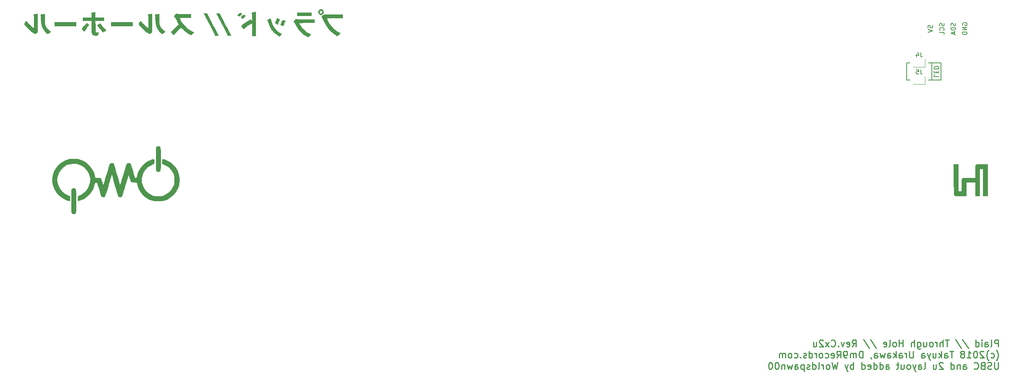
<source format=gbo>
G04 #@! TF.GenerationSoftware,KiCad,Pcbnew,(5.1.2)-1*
G04 #@! TF.CreationDate,2020-06-13T20:10:12-05:00*
G04 #@! TF.ProjectId,plaid,706c6169-642e-46b6-9963-61645f706362,rev?*
G04 #@! TF.SameCoordinates,PX2faf080PY2faf080*
G04 #@! TF.FileFunction,Legend,Bot*
G04 #@! TF.FilePolarity,Positive*
%FSLAX46Y46*%
G04 Gerber Fmt 4.6, Leading zero omitted, Abs format (unit mm)*
G04 Created by KiCad (PCBNEW (5.1.2)-1) date 2020-06-13 20:10:12*
%MOMM*%
%LPD*%
G04 APERTURE LIST*
%ADD10C,0.150000*%
%ADD11C,0.200000*%
%ADD12C,0.250000*%
%ADD13C,0.120000*%
%ADD14C,0.010000*%
%ADD15C,4.387800*%
%ADD16C,3.448000*%
%ADD17C,2.150000*%
%ADD18C,2.650000*%
%ADD19C,2.900000*%
%ADD20C,4.400000*%
%ADD21C,2.100000*%
%ADD22O,1.800000X1.800000*%
%ADD23C,1.800000*%
%ADD24C,1.050000*%
%ADD25O,1.300000X2.800000*%
%ADD26O,1.300000X2.100000*%
%ADD27R,1.800000X1.800000*%
%ADD28C,1.900000*%
%ADD29C,1.600000*%
%ADD30R,1.600000X1.600000*%
%ADD31C,2.400000*%
%ADD32C,2.000000*%
%ADD33O,2.000000X2.000000*%
%ADD34R,2.000000X2.000000*%
%ADD35C,4.800000*%
%ADD36O,2.100000X2.100000*%
%ADD37R,2.100000X2.100000*%
%ADD38R,1.370000X1.670000*%
%ADD39R,2.200000X2.200000*%
%ADD40C,2.200000*%
G04 APERTURE END LIST*
D10*
X216670000Y-4318095D02*
X216622380Y-4222857D01*
X216622380Y-4080000D01*
X216670000Y-3937142D01*
X216765238Y-3841904D01*
X216860476Y-3794285D01*
X217050952Y-3746666D01*
X217193809Y-3746666D01*
X217384285Y-3794285D01*
X217479523Y-3841904D01*
X217574761Y-3937142D01*
X217622380Y-4080000D01*
X217622380Y-4175238D01*
X217574761Y-4318095D01*
X217527142Y-4365714D01*
X217193809Y-4365714D01*
X217193809Y-4175238D01*
X217622380Y-4794285D02*
X216622380Y-4794285D01*
X217622380Y-5365714D01*
X216622380Y-5365714D01*
X217622380Y-5841904D02*
X216622380Y-5841904D01*
X216622380Y-6080000D01*
X216670000Y-6222857D01*
X216765238Y-6318095D01*
X216860476Y-6365714D01*
X217050952Y-6413333D01*
X217193809Y-6413333D01*
X217384285Y-6365714D01*
X217479523Y-6318095D01*
X217574761Y-6222857D01*
X217622380Y-6080000D01*
X217622380Y-5841904D01*
X215034761Y-3865714D02*
X215082380Y-4008571D01*
X215082380Y-4246666D01*
X215034761Y-4341904D01*
X214987142Y-4389523D01*
X214891904Y-4437142D01*
X214796666Y-4437142D01*
X214701428Y-4389523D01*
X214653809Y-4341904D01*
X214606190Y-4246666D01*
X214558571Y-4056190D01*
X214510952Y-3960952D01*
X214463333Y-3913333D01*
X214368095Y-3865714D01*
X214272857Y-3865714D01*
X214177619Y-3913333D01*
X214130000Y-3960952D01*
X214082380Y-4056190D01*
X214082380Y-4294285D01*
X214130000Y-4437142D01*
X215082380Y-4865714D02*
X214082380Y-4865714D01*
X214082380Y-5103809D01*
X214130000Y-5246666D01*
X214225238Y-5341904D01*
X214320476Y-5389523D01*
X214510952Y-5437142D01*
X214653809Y-5437142D01*
X214844285Y-5389523D01*
X214939523Y-5341904D01*
X215034761Y-5246666D01*
X215082380Y-5103809D01*
X215082380Y-4865714D01*
X214796666Y-5818095D02*
X214796666Y-6294285D01*
X215082380Y-5722857D02*
X214082380Y-6056190D01*
X215082380Y-6389523D01*
X212494761Y-3889523D02*
X212542380Y-4032380D01*
X212542380Y-4270476D01*
X212494761Y-4365714D01*
X212447142Y-4413333D01*
X212351904Y-4460952D01*
X212256666Y-4460952D01*
X212161428Y-4413333D01*
X212113809Y-4365714D01*
X212066190Y-4270476D01*
X212018571Y-4080000D01*
X211970952Y-3984761D01*
X211923333Y-3937142D01*
X211828095Y-3889523D01*
X211732857Y-3889523D01*
X211637619Y-3937142D01*
X211590000Y-3984761D01*
X211542380Y-4080000D01*
X211542380Y-4318095D01*
X211590000Y-4460952D01*
X212447142Y-5460952D02*
X212494761Y-5413333D01*
X212542380Y-5270476D01*
X212542380Y-5175238D01*
X212494761Y-5032380D01*
X212399523Y-4937142D01*
X212304285Y-4889523D01*
X212113809Y-4841904D01*
X211970952Y-4841904D01*
X211780476Y-4889523D01*
X211685238Y-4937142D01*
X211590000Y-5032380D01*
X211542380Y-5175238D01*
X211542380Y-5270476D01*
X211590000Y-5413333D01*
X211637619Y-5460952D01*
X212542380Y-6365714D02*
X212542380Y-5889523D01*
X211542380Y-5889523D01*
X209002380Y-4889523D02*
X209002380Y-4413333D01*
X209478571Y-4365714D01*
X209430952Y-4413333D01*
X209383333Y-4508571D01*
X209383333Y-4746666D01*
X209430952Y-4841904D01*
X209478571Y-4889523D01*
X209573809Y-4937142D01*
X209811904Y-4937142D01*
X209907142Y-4889523D01*
X209954761Y-4841904D01*
X210002380Y-4746666D01*
X210002380Y-4508571D01*
X209954761Y-4413333D01*
X209907142Y-4365714D01*
X209002380Y-5222857D02*
X210002380Y-5556190D01*
X209002380Y-5889523D01*
X210367619Y-15247857D02*
X210367619Y-15724047D01*
X211367619Y-15724047D01*
X210891428Y-14914523D02*
X210891428Y-14581190D01*
X210367619Y-14438333D02*
X210367619Y-14914523D01*
X211367619Y-14914523D01*
X211367619Y-14438333D01*
X210367619Y-14009761D02*
X211367619Y-14009761D01*
X211367619Y-13771666D01*
X211320000Y-13628809D01*
X211224761Y-13533571D01*
X211129523Y-13485952D01*
X210939047Y-13438333D01*
X210796190Y-13438333D01*
X210605714Y-13485952D01*
X210510476Y-13533571D01*
X210415238Y-13628809D01*
X210367619Y-13771666D01*
X210367619Y-14009761D01*
D11*
X211836000Y-16510000D02*
X209804000Y-16510000D01*
X211836000Y-12700000D02*
X211836000Y-16510000D01*
X209804000Y-12700000D02*
X211836000Y-12700000D01*
X209804000Y-16510000D02*
X209042000Y-16510000D01*
X209804000Y-12700000D02*
X209804000Y-16510000D01*
X209042000Y-12700000D02*
X209804000Y-12700000D01*
X204216000Y-16510000D02*
X204978000Y-16510000D01*
X204216000Y-12700000D02*
X204216000Y-16510000D01*
X204978000Y-12700000D02*
X204216000Y-12700000D01*
D12*
X224559917Y-75750171D02*
X224559917Y-74250171D01*
X223988488Y-74250171D01*
X223845631Y-74321600D01*
X223774202Y-74393028D01*
X223702774Y-74535885D01*
X223702774Y-74750171D01*
X223774202Y-74893028D01*
X223845631Y-74964457D01*
X223988488Y-75035885D01*
X224559917Y-75035885D01*
X222845631Y-75750171D02*
X222988488Y-75678742D01*
X223059917Y-75535885D01*
X223059917Y-74250171D01*
X221631345Y-75750171D02*
X221631345Y-74964457D01*
X221702774Y-74821600D01*
X221845631Y-74750171D01*
X222131345Y-74750171D01*
X222274202Y-74821600D01*
X221631345Y-75678742D02*
X221774202Y-75750171D01*
X222131345Y-75750171D01*
X222274202Y-75678742D01*
X222345631Y-75535885D01*
X222345631Y-75393028D01*
X222274202Y-75250171D01*
X222131345Y-75178742D01*
X221774202Y-75178742D01*
X221631345Y-75107314D01*
X220917060Y-75750171D02*
X220917060Y-74750171D01*
X220917060Y-74250171D02*
X220988488Y-74321600D01*
X220917060Y-74393028D01*
X220845631Y-74321600D01*
X220917060Y-74250171D01*
X220917060Y-74393028D01*
X219559917Y-75750171D02*
X219559917Y-74250171D01*
X219559917Y-75678742D02*
X219702774Y-75750171D01*
X219988488Y-75750171D01*
X220131345Y-75678742D01*
X220202774Y-75607314D01*
X220274202Y-75464457D01*
X220274202Y-75035885D01*
X220202774Y-74893028D01*
X220131345Y-74821600D01*
X219988488Y-74750171D01*
X219702774Y-74750171D01*
X219559917Y-74821600D01*
X216631345Y-74178742D02*
X217917060Y-76107314D01*
X215059917Y-74178742D02*
X216345631Y-76107314D01*
X213631345Y-74250171D02*
X212774202Y-74250171D01*
X213202774Y-75750171D02*
X213202774Y-74250171D01*
X212274202Y-75750171D02*
X212274202Y-74250171D01*
X211631345Y-75750171D02*
X211631345Y-74964457D01*
X211702774Y-74821600D01*
X211845631Y-74750171D01*
X212059917Y-74750171D01*
X212202774Y-74821600D01*
X212274202Y-74893028D01*
X210917060Y-75750171D02*
X210917060Y-74750171D01*
X210917060Y-75035885D02*
X210845631Y-74893028D01*
X210774202Y-74821600D01*
X210631345Y-74750171D01*
X210488488Y-74750171D01*
X209774202Y-75750171D02*
X209917060Y-75678742D01*
X209988488Y-75607314D01*
X210059917Y-75464457D01*
X210059917Y-75035885D01*
X209988488Y-74893028D01*
X209917060Y-74821600D01*
X209774202Y-74750171D01*
X209559917Y-74750171D01*
X209417060Y-74821600D01*
X209345631Y-74893028D01*
X209274202Y-75035885D01*
X209274202Y-75464457D01*
X209345631Y-75607314D01*
X209417060Y-75678742D01*
X209559917Y-75750171D01*
X209774202Y-75750171D01*
X207988488Y-74750171D02*
X207988488Y-75750171D01*
X208631345Y-74750171D02*
X208631345Y-75535885D01*
X208559917Y-75678742D01*
X208417060Y-75750171D01*
X208202774Y-75750171D01*
X208059917Y-75678742D01*
X207988488Y-75607314D01*
X206631345Y-74750171D02*
X206631345Y-75964457D01*
X206702774Y-76107314D01*
X206774202Y-76178742D01*
X206917060Y-76250171D01*
X207131345Y-76250171D01*
X207274202Y-76178742D01*
X206631345Y-75678742D02*
X206774202Y-75750171D01*
X207059917Y-75750171D01*
X207202774Y-75678742D01*
X207274202Y-75607314D01*
X207345631Y-75464457D01*
X207345631Y-75035885D01*
X207274202Y-74893028D01*
X207202774Y-74821600D01*
X207059917Y-74750171D01*
X206774202Y-74750171D01*
X206631345Y-74821600D01*
X205917059Y-75750171D02*
X205917059Y-74250171D01*
X205274202Y-75750171D02*
X205274202Y-74964457D01*
X205345631Y-74821600D01*
X205488488Y-74750171D01*
X205702774Y-74750171D01*
X205845631Y-74821600D01*
X205917059Y-74893028D01*
X203417059Y-75750171D02*
X203417059Y-74250171D01*
X203417059Y-74964457D02*
X202559917Y-74964457D01*
X202559917Y-75750171D02*
X202559917Y-74250171D01*
X201631345Y-75750171D02*
X201774202Y-75678742D01*
X201845631Y-75607314D01*
X201917059Y-75464457D01*
X201917059Y-75035885D01*
X201845631Y-74893028D01*
X201774202Y-74821600D01*
X201631345Y-74750171D01*
X201417059Y-74750171D01*
X201274202Y-74821600D01*
X201202774Y-74893028D01*
X201131345Y-75035885D01*
X201131345Y-75464457D01*
X201202774Y-75607314D01*
X201274202Y-75678742D01*
X201417059Y-75750171D01*
X201631345Y-75750171D01*
X200274202Y-75750171D02*
X200417059Y-75678742D01*
X200488488Y-75535885D01*
X200488488Y-74250171D01*
X199131345Y-75678742D02*
X199274202Y-75750171D01*
X199559917Y-75750171D01*
X199702774Y-75678742D01*
X199774202Y-75535885D01*
X199774202Y-74964457D01*
X199702774Y-74821600D01*
X199559917Y-74750171D01*
X199274202Y-74750171D01*
X199131345Y-74821600D01*
X199059917Y-74964457D01*
X199059917Y-75107314D01*
X199774202Y-75250171D01*
X196202774Y-74178742D02*
X197488488Y-76107314D01*
X194631345Y-74178742D02*
X195917059Y-76107314D01*
X192131345Y-75750171D02*
X192631345Y-75035885D01*
X192988488Y-75750171D02*
X192988488Y-74250171D01*
X192417059Y-74250171D01*
X192274202Y-74321600D01*
X192202774Y-74393028D01*
X192131345Y-74535885D01*
X192131345Y-74750171D01*
X192202774Y-74893028D01*
X192274202Y-74964457D01*
X192417059Y-75035885D01*
X192988488Y-75035885D01*
X190917059Y-75678742D02*
X191059917Y-75750171D01*
X191345631Y-75750171D01*
X191488488Y-75678742D01*
X191559917Y-75535885D01*
X191559917Y-74964457D01*
X191488488Y-74821600D01*
X191345631Y-74750171D01*
X191059917Y-74750171D01*
X190917059Y-74821600D01*
X190845631Y-74964457D01*
X190845631Y-75107314D01*
X191559917Y-75250171D01*
X190345631Y-74750171D02*
X189988488Y-75750171D01*
X189631345Y-74750171D01*
X189059917Y-75607314D02*
X188988488Y-75678742D01*
X189059917Y-75750171D01*
X189131345Y-75678742D01*
X189059917Y-75607314D01*
X189059917Y-75750171D01*
X187488488Y-75607314D02*
X187559917Y-75678742D01*
X187774202Y-75750171D01*
X187917059Y-75750171D01*
X188131345Y-75678742D01*
X188274202Y-75535885D01*
X188345631Y-75393028D01*
X188417059Y-75107314D01*
X188417059Y-74893028D01*
X188345631Y-74607314D01*
X188274202Y-74464457D01*
X188131345Y-74321600D01*
X187917059Y-74250171D01*
X187774202Y-74250171D01*
X187559917Y-74321600D01*
X187488488Y-74393028D01*
X186988488Y-75750171D02*
X186202774Y-74750171D01*
X186988488Y-74750171D02*
X186202774Y-75750171D01*
X185702774Y-74393028D02*
X185631345Y-74321600D01*
X185488488Y-74250171D01*
X185131345Y-74250171D01*
X184988488Y-74321600D01*
X184917059Y-74393028D01*
X184845631Y-74535885D01*
X184845631Y-74678742D01*
X184917059Y-74893028D01*
X185774202Y-75750171D01*
X184845631Y-75750171D01*
X183559917Y-74750171D02*
X183559917Y-75750171D01*
X184202774Y-74750171D02*
X184202774Y-75535885D01*
X184131345Y-75678742D01*
X183988488Y-75750171D01*
X183774202Y-75750171D01*
X183631345Y-75678742D01*
X183559917Y-75607314D01*
X224131345Y-78821600D02*
X224202774Y-78750171D01*
X224345631Y-78535885D01*
X224417060Y-78393028D01*
X224488488Y-78178742D01*
X224559917Y-77821600D01*
X224559917Y-77535885D01*
X224488488Y-77178742D01*
X224417060Y-76964457D01*
X224345631Y-76821600D01*
X224202774Y-76607314D01*
X224131345Y-76535885D01*
X222917060Y-78178742D02*
X223059917Y-78250171D01*
X223345631Y-78250171D01*
X223488488Y-78178742D01*
X223559917Y-78107314D01*
X223631345Y-77964457D01*
X223631345Y-77535885D01*
X223559917Y-77393028D01*
X223488488Y-77321600D01*
X223345631Y-77250171D01*
X223059917Y-77250171D01*
X222917060Y-77321600D01*
X222417060Y-78821600D02*
X222345631Y-78750171D01*
X222202774Y-78535885D01*
X222131345Y-78393028D01*
X222059917Y-78178742D01*
X221988488Y-77821600D01*
X221988488Y-77535885D01*
X222059917Y-77178742D01*
X222131345Y-76964457D01*
X222202774Y-76821600D01*
X222345631Y-76607314D01*
X222417060Y-76535885D01*
X221345631Y-76893028D02*
X221274202Y-76821600D01*
X221131345Y-76750171D01*
X220774202Y-76750171D01*
X220631345Y-76821600D01*
X220559917Y-76893028D01*
X220488488Y-77035885D01*
X220488488Y-77178742D01*
X220559917Y-77393028D01*
X221417060Y-78250171D01*
X220488488Y-78250171D01*
X219559917Y-76750171D02*
X219417060Y-76750171D01*
X219274202Y-76821600D01*
X219202774Y-76893028D01*
X219131345Y-77035885D01*
X219059917Y-77321600D01*
X219059917Y-77678742D01*
X219131345Y-77964457D01*
X219202774Y-78107314D01*
X219274202Y-78178742D01*
X219417060Y-78250171D01*
X219559917Y-78250171D01*
X219702774Y-78178742D01*
X219774202Y-78107314D01*
X219845631Y-77964457D01*
X219917060Y-77678742D01*
X219917060Y-77321600D01*
X219845631Y-77035885D01*
X219774202Y-76893028D01*
X219702774Y-76821600D01*
X219559917Y-76750171D01*
X217631345Y-78250171D02*
X218488488Y-78250171D01*
X218059917Y-78250171D02*
X218059917Y-76750171D01*
X218202774Y-76964457D01*
X218345631Y-77107314D01*
X218488488Y-77178742D01*
X216774202Y-77393028D02*
X216917060Y-77321600D01*
X216988488Y-77250171D01*
X217059917Y-77107314D01*
X217059917Y-77035885D01*
X216988488Y-76893028D01*
X216917060Y-76821600D01*
X216774202Y-76750171D01*
X216488488Y-76750171D01*
X216345631Y-76821600D01*
X216274202Y-76893028D01*
X216202774Y-77035885D01*
X216202774Y-77107314D01*
X216274202Y-77250171D01*
X216345631Y-77321600D01*
X216488488Y-77393028D01*
X216774202Y-77393028D01*
X216917060Y-77464457D01*
X216988488Y-77535885D01*
X217059917Y-77678742D01*
X217059917Y-77964457D01*
X216988488Y-78107314D01*
X216917060Y-78178742D01*
X216774202Y-78250171D01*
X216488488Y-78250171D01*
X216345631Y-78178742D01*
X216274202Y-78107314D01*
X216202774Y-77964457D01*
X216202774Y-77678742D01*
X216274202Y-77535885D01*
X216345631Y-77464457D01*
X216488488Y-77393028D01*
X214631345Y-76750171D02*
X213774202Y-76750171D01*
X214202774Y-78250171D02*
X214202774Y-76750171D01*
X212631345Y-78250171D02*
X212631345Y-77464457D01*
X212702774Y-77321600D01*
X212845631Y-77250171D01*
X213131345Y-77250171D01*
X213274202Y-77321600D01*
X212631345Y-78178742D02*
X212774202Y-78250171D01*
X213131345Y-78250171D01*
X213274202Y-78178742D01*
X213345631Y-78035885D01*
X213345631Y-77893028D01*
X213274202Y-77750171D01*
X213131345Y-77678742D01*
X212774202Y-77678742D01*
X212631345Y-77607314D01*
X211917060Y-78250171D02*
X211917060Y-76750171D01*
X211774202Y-77678742D02*
X211345631Y-78250171D01*
X211345631Y-77250171D02*
X211917060Y-77821600D01*
X210059917Y-77250171D02*
X210059917Y-78250171D01*
X210702774Y-77250171D02*
X210702774Y-78035885D01*
X210631345Y-78178742D01*
X210488488Y-78250171D01*
X210274202Y-78250171D01*
X210131345Y-78178742D01*
X210059917Y-78107314D01*
X209488488Y-77250171D02*
X209131345Y-78250171D01*
X208774202Y-77250171D02*
X209131345Y-78250171D01*
X209274202Y-78607314D01*
X209345631Y-78678742D01*
X209488488Y-78750171D01*
X207559917Y-78250171D02*
X207559917Y-77464457D01*
X207631345Y-77321600D01*
X207774202Y-77250171D01*
X208059917Y-77250171D01*
X208202774Y-77321600D01*
X207559917Y-78178742D02*
X207702774Y-78250171D01*
X208059917Y-78250171D01*
X208202774Y-78178742D01*
X208274202Y-78035885D01*
X208274202Y-77893028D01*
X208202774Y-77750171D01*
X208059917Y-77678742D01*
X207702774Y-77678742D01*
X207559917Y-77607314D01*
X205702774Y-76750171D02*
X205702774Y-77964457D01*
X205631345Y-78107314D01*
X205559917Y-78178742D01*
X205417060Y-78250171D01*
X205131345Y-78250171D01*
X204988488Y-78178742D01*
X204917060Y-78107314D01*
X204845631Y-77964457D01*
X204845631Y-76750171D01*
X204131345Y-78250171D02*
X204131345Y-77250171D01*
X204131345Y-77535885D02*
X204059917Y-77393028D01*
X203988488Y-77321600D01*
X203845631Y-77250171D01*
X203702774Y-77250171D01*
X202559917Y-78250171D02*
X202559917Y-77464457D01*
X202631345Y-77321600D01*
X202774202Y-77250171D01*
X203059917Y-77250171D01*
X203202774Y-77321600D01*
X202559917Y-78178742D02*
X202702774Y-78250171D01*
X203059917Y-78250171D01*
X203202774Y-78178742D01*
X203274202Y-78035885D01*
X203274202Y-77893028D01*
X203202774Y-77750171D01*
X203059917Y-77678742D01*
X202702774Y-77678742D01*
X202559917Y-77607314D01*
X201845631Y-78250171D02*
X201845631Y-76750171D01*
X201702774Y-77678742D02*
X201274202Y-78250171D01*
X201274202Y-77250171D02*
X201845631Y-77821600D01*
X199988488Y-78250171D02*
X199988488Y-77464457D01*
X200059917Y-77321600D01*
X200202774Y-77250171D01*
X200488488Y-77250171D01*
X200631345Y-77321600D01*
X199988488Y-78178742D02*
X200131345Y-78250171D01*
X200488488Y-78250171D01*
X200631345Y-78178742D01*
X200702774Y-78035885D01*
X200702774Y-77893028D01*
X200631345Y-77750171D01*
X200488488Y-77678742D01*
X200131345Y-77678742D01*
X199988488Y-77607314D01*
X199417060Y-77250171D02*
X199131345Y-78250171D01*
X198845631Y-77535885D01*
X198559917Y-78250171D01*
X198274202Y-77250171D01*
X197059917Y-78250171D02*
X197059917Y-77464457D01*
X197131345Y-77321600D01*
X197274202Y-77250171D01*
X197559917Y-77250171D01*
X197702774Y-77321600D01*
X197059917Y-78178742D02*
X197202774Y-78250171D01*
X197559917Y-78250171D01*
X197702774Y-78178742D01*
X197774202Y-78035885D01*
X197774202Y-77893028D01*
X197702774Y-77750171D01*
X197559917Y-77678742D01*
X197202774Y-77678742D01*
X197059917Y-77607314D01*
X196274202Y-78178742D02*
X196274202Y-78250171D01*
X196345631Y-78393028D01*
X196417060Y-78464457D01*
X194488488Y-78250171D02*
X194488488Y-76750171D01*
X194131345Y-76750171D01*
X193917060Y-76821600D01*
X193774202Y-76964457D01*
X193702774Y-77107314D01*
X193631345Y-77393028D01*
X193631345Y-77607314D01*
X193702774Y-77893028D01*
X193774202Y-78035885D01*
X193917060Y-78178742D01*
X194131345Y-78250171D01*
X194488488Y-78250171D01*
X192988488Y-78250171D02*
X192988488Y-77250171D01*
X192988488Y-77393028D02*
X192917060Y-77321600D01*
X192774202Y-77250171D01*
X192559917Y-77250171D01*
X192417060Y-77321600D01*
X192345631Y-77464457D01*
X192345631Y-78250171D01*
X192345631Y-77464457D02*
X192274202Y-77321600D01*
X192131345Y-77250171D01*
X191917060Y-77250171D01*
X191774202Y-77321600D01*
X191702774Y-77464457D01*
X191702774Y-78250171D01*
X190917060Y-78250171D02*
X190631345Y-78250171D01*
X190488488Y-78178742D01*
X190417060Y-78107314D01*
X190274202Y-77893028D01*
X190202774Y-77607314D01*
X190202774Y-77035885D01*
X190274202Y-76893028D01*
X190345631Y-76821600D01*
X190488488Y-76750171D01*
X190774202Y-76750171D01*
X190917060Y-76821600D01*
X190988488Y-76893028D01*
X191059917Y-77035885D01*
X191059917Y-77393028D01*
X190988488Y-77535885D01*
X190917060Y-77607314D01*
X190774202Y-77678742D01*
X190488488Y-77678742D01*
X190345631Y-77607314D01*
X190274202Y-77535885D01*
X190202774Y-77393028D01*
X188702774Y-78250171D02*
X189202774Y-77535885D01*
X189559917Y-78250171D02*
X189559917Y-76750171D01*
X188988488Y-76750171D01*
X188845631Y-76821600D01*
X188774202Y-76893028D01*
X188702774Y-77035885D01*
X188702774Y-77250171D01*
X188774202Y-77393028D01*
X188845631Y-77464457D01*
X188988488Y-77535885D01*
X189559917Y-77535885D01*
X187488488Y-78178742D02*
X187631345Y-78250171D01*
X187917060Y-78250171D01*
X188059917Y-78178742D01*
X188131345Y-78035885D01*
X188131345Y-77464457D01*
X188059917Y-77321600D01*
X187917060Y-77250171D01*
X187631345Y-77250171D01*
X187488488Y-77321600D01*
X187417060Y-77464457D01*
X187417060Y-77607314D01*
X188131345Y-77750171D01*
X186131345Y-78178742D02*
X186274202Y-78250171D01*
X186559917Y-78250171D01*
X186702774Y-78178742D01*
X186774202Y-78107314D01*
X186845631Y-77964457D01*
X186845631Y-77535885D01*
X186774202Y-77393028D01*
X186702774Y-77321600D01*
X186559917Y-77250171D01*
X186274202Y-77250171D01*
X186131345Y-77321600D01*
X185274202Y-78250171D02*
X185417060Y-78178742D01*
X185488488Y-78107314D01*
X185559917Y-77964457D01*
X185559917Y-77535885D01*
X185488488Y-77393028D01*
X185417060Y-77321600D01*
X185274202Y-77250171D01*
X185059917Y-77250171D01*
X184917060Y-77321600D01*
X184845631Y-77393028D01*
X184774202Y-77535885D01*
X184774202Y-77964457D01*
X184845631Y-78107314D01*
X184917060Y-78178742D01*
X185059917Y-78250171D01*
X185274202Y-78250171D01*
X184131345Y-78250171D02*
X184131345Y-77250171D01*
X184131345Y-77535885D02*
X184059917Y-77393028D01*
X183988488Y-77321600D01*
X183845631Y-77250171D01*
X183702774Y-77250171D01*
X182559917Y-78250171D02*
X182559917Y-76750171D01*
X182559917Y-78178742D02*
X182702774Y-78250171D01*
X182988488Y-78250171D01*
X183131345Y-78178742D01*
X183202774Y-78107314D01*
X183274202Y-77964457D01*
X183274202Y-77535885D01*
X183202774Y-77393028D01*
X183131345Y-77321600D01*
X182988488Y-77250171D01*
X182702774Y-77250171D01*
X182559917Y-77321600D01*
X181917060Y-78178742D02*
X181774202Y-78250171D01*
X181488488Y-78250171D01*
X181345631Y-78178742D01*
X181274202Y-78035885D01*
X181274202Y-77964457D01*
X181345631Y-77821600D01*
X181488488Y-77750171D01*
X181702774Y-77750171D01*
X181845631Y-77678742D01*
X181917060Y-77535885D01*
X181917060Y-77464457D01*
X181845631Y-77321600D01*
X181702774Y-77250171D01*
X181488488Y-77250171D01*
X181345631Y-77321600D01*
X180631345Y-78107314D02*
X180559917Y-78178742D01*
X180631345Y-78250171D01*
X180702774Y-78178742D01*
X180631345Y-78107314D01*
X180631345Y-78250171D01*
X179274202Y-78178742D02*
X179417060Y-78250171D01*
X179702774Y-78250171D01*
X179845631Y-78178742D01*
X179917060Y-78107314D01*
X179988488Y-77964457D01*
X179988488Y-77535885D01*
X179917060Y-77393028D01*
X179845631Y-77321600D01*
X179702774Y-77250171D01*
X179417060Y-77250171D01*
X179274202Y-77321600D01*
X178417060Y-78250171D02*
X178559917Y-78178742D01*
X178631345Y-78107314D01*
X178702774Y-77964457D01*
X178702774Y-77535885D01*
X178631345Y-77393028D01*
X178559917Y-77321600D01*
X178417060Y-77250171D01*
X178202774Y-77250171D01*
X178059917Y-77321600D01*
X177988488Y-77393028D01*
X177917060Y-77535885D01*
X177917060Y-77964457D01*
X177988488Y-78107314D01*
X178059917Y-78178742D01*
X178202774Y-78250171D01*
X178417060Y-78250171D01*
X177274202Y-78250171D02*
X177274202Y-77250171D01*
X177274202Y-77393028D02*
X177202774Y-77321600D01*
X177059917Y-77250171D01*
X176845631Y-77250171D01*
X176702774Y-77321600D01*
X176631345Y-77464457D01*
X176631345Y-78250171D01*
X176631345Y-77464457D02*
X176559917Y-77321600D01*
X176417060Y-77250171D01*
X176202774Y-77250171D01*
X176059917Y-77321600D01*
X175988488Y-77464457D01*
X175988488Y-78250171D01*
X224559917Y-79250171D02*
X224559917Y-80464457D01*
X224488488Y-80607314D01*
X224417060Y-80678742D01*
X224274202Y-80750171D01*
X223988488Y-80750171D01*
X223845631Y-80678742D01*
X223774202Y-80607314D01*
X223702774Y-80464457D01*
X223702774Y-79250171D01*
X223059917Y-80678742D02*
X222845631Y-80750171D01*
X222488488Y-80750171D01*
X222345631Y-80678742D01*
X222274202Y-80607314D01*
X222202774Y-80464457D01*
X222202774Y-80321600D01*
X222274202Y-80178742D01*
X222345631Y-80107314D01*
X222488488Y-80035885D01*
X222774202Y-79964457D01*
X222917060Y-79893028D01*
X222988488Y-79821600D01*
X223059917Y-79678742D01*
X223059917Y-79535885D01*
X222988488Y-79393028D01*
X222917060Y-79321600D01*
X222774202Y-79250171D01*
X222417060Y-79250171D01*
X222202774Y-79321600D01*
X221059917Y-79964457D02*
X220845631Y-80035885D01*
X220774202Y-80107314D01*
X220702774Y-80250171D01*
X220702774Y-80464457D01*
X220774202Y-80607314D01*
X220845631Y-80678742D01*
X220988488Y-80750171D01*
X221559917Y-80750171D01*
X221559917Y-79250171D01*
X221059917Y-79250171D01*
X220917060Y-79321600D01*
X220845631Y-79393028D01*
X220774202Y-79535885D01*
X220774202Y-79678742D01*
X220845631Y-79821600D01*
X220917060Y-79893028D01*
X221059917Y-79964457D01*
X221559917Y-79964457D01*
X219202774Y-80607314D02*
X219274202Y-80678742D01*
X219488488Y-80750171D01*
X219631345Y-80750171D01*
X219845631Y-80678742D01*
X219988488Y-80535885D01*
X220059917Y-80393028D01*
X220131345Y-80107314D01*
X220131345Y-79893028D01*
X220059917Y-79607314D01*
X219988488Y-79464457D01*
X219845631Y-79321600D01*
X219631345Y-79250171D01*
X219488488Y-79250171D01*
X219274202Y-79321600D01*
X219202774Y-79393028D01*
X216774202Y-80750171D02*
X216774202Y-79964457D01*
X216845631Y-79821600D01*
X216988488Y-79750171D01*
X217274202Y-79750171D01*
X217417060Y-79821600D01*
X216774202Y-80678742D02*
X216917060Y-80750171D01*
X217274202Y-80750171D01*
X217417060Y-80678742D01*
X217488488Y-80535885D01*
X217488488Y-80393028D01*
X217417060Y-80250171D01*
X217274202Y-80178742D01*
X216917060Y-80178742D01*
X216774202Y-80107314D01*
X216059917Y-79750171D02*
X216059917Y-80750171D01*
X216059917Y-79893028D02*
X215988488Y-79821600D01*
X215845631Y-79750171D01*
X215631345Y-79750171D01*
X215488488Y-79821600D01*
X215417060Y-79964457D01*
X215417060Y-80750171D01*
X214059917Y-80750171D02*
X214059917Y-79250171D01*
X214059917Y-80678742D02*
X214202774Y-80750171D01*
X214488488Y-80750171D01*
X214631345Y-80678742D01*
X214702774Y-80607314D01*
X214774202Y-80464457D01*
X214774202Y-80035885D01*
X214702774Y-79893028D01*
X214631345Y-79821600D01*
X214488488Y-79750171D01*
X214202774Y-79750171D01*
X214059917Y-79821600D01*
X212274202Y-79393028D02*
X212202774Y-79321600D01*
X212059917Y-79250171D01*
X211702774Y-79250171D01*
X211559917Y-79321600D01*
X211488488Y-79393028D01*
X211417060Y-79535885D01*
X211417060Y-79678742D01*
X211488488Y-79893028D01*
X212345631Y-80750171D01*
X211417060Y-80750171D01*
X210131345Y-79750171D02*
X210131345Y-80750171D01*
X210774202Y-79750171D02*
X210774202Y-80535885D01*
X210702774Y-80678742D01*
X210559917Y-80750171D01*
X210345631Y-80750171D01*
X210202774Y-80678742D01*
X210131345Y-80607314D01*
X208059917Y-80750171D02*
X208202774Y-80678742D01*
X208274202Y-80535885D01*
X208274202Y-79250171D01*
X206845631Y-80750171D02*
X206845631Y-79964457D01*
X206917060Y-79821600D01*
X207059917Y-79750171D01*
X207345631Y-79750171D01*
X207488488Y-79821600D01*
X206845631Y-80678742D02*
X206988488Y-80750171D01*
X207345631Y-80750171D01*
X207488488Y-80678742D01*
X207559917Y-80535885D01*
X207559917Y-80393028D01*
X207488488Y-80250171D01*
X207345631Y-80178742D01*
X206988488Y-80178742D01*
X206845631Y-80107314D01*
X206274202Y-79750171D02*
X205917060Y-80750171D01*
X205559917Y-79750171D02*
X205917060Y-80750171D01*
X206059917Y-81107314D01*
X206131345Y-81178742D01*
X206274202Y-81250171D01*
X204774202Y-80750171D02*
X204917060Y-80678742D01*
X204988488Y-80607314D01*
X205059917Y-80464457D01*
X205059917Y-80035885D01*
X204988488Y-79893028D01*
X204917060Y-79821600D01*
X204774202Y-79750171D01*
X204559917Y-79750171D01*
X204417060Y-79821600D01*
X204345631Y-79893028D01*
X204274202Y-80035885D01*
X204274202Y-80464457D01*
X204345631Y-80607314D01*
X204417060Y-80678742D01*
X204559917Y-80750171D01*
X204774202Y-80750171D01*
X202988488Y-79750171D02*
X202988488Y-80750171D01*
X203631345Y-79750171D02*
X203631345Y-80535885D01*
X203559917Y-80678742D01*
X203417060Y-80750171D01*
X203202774Y-80750171D01*
X203059917Y-80678742D01*
X202988488Y-80607314D01*
X202488488Y-79750171D02*
X201917060Y-79750171D01*
X202274202Y-79250171D02*
X202274202Y-80535885D01*
X202202774Y-80678742D01*
X202059917Y-80750171D01*
X201917060Y-80750171D01*
X199631345Y-80750171D02*
X199631345Y-79964457D01*
X199702774Y-79821600D01*
X199845631Y-79750171D01*
X200131345Y-79750171D01*
X200274202Y-79821600D01*
X199631345Y-80678742D02*
X199774202Y-80750171D01*
X200131345Y-80750171D01*
X200274202Y-80678742D01*
X200345631Y-80535885D01*
X200345631Y-80393028D01*
X200274202Y-80250171D01*
X200131345Y-80178742D01*
X199774202Y-80178742D01*
X199631345Y-80107314D01*
X198274202Y-80750171D02*
X198274202Y-79250171D01*
X198274202Y-80678742D02*
X198417060Y-80750171D01*
X198702774Y-80750171D01*
X198845631Y-80678742D01*
X198917060Y-80607314D01*
X198988488Y-80464457D01*
X198988488Y-80035885D01*
X198917060Y-79893028D01*
X198845631Y-79821600D01*
X198702774Y-79750171D01*
X198417060Y-79750171D01*
X198274202Y-79821600D01*
X196917060Y-80750171D02*
X196917060Y-79250171D01*
X196917060Y-80678742D02*
X197059917Y-80750171D01*
X197345631Y-80750171D01*
X197488488Y-80678742D01*
X197559917Y-80607314D01*
X197631345Y-80464457D01*
X197631345Y-80035885D01*
X197559917Y-79893028D01*
X197488488Y-79821600D01*
X197345631Y-79750171D01*
X197059917Y-79750171D01*
X196917060Y-79821600D01*
X195631345Y-80678742D02*
X195774202Y-80750171D01*
X196059917Y-80750171D01*
X196202774Y-80678742D01*
X196274202Y-80535885D01*
X196274202Y-79964457D01*
X196202774Y-79821600D01*
X196059917Y-79750171D01*
X195774202Y-79750171D01*
X195631345Y-79821600D01*
X195559917Y-79964457D01*
X195559917Y-80107314D01*
X196274202Y-80250171D01*
X194274202Y-80750171D02*
X194274202Y-79250171D01*
X194274202Y-80678742D02*
X194417060Y-80750171D01*
X194702774Y-80750171D01*
X194845631Y-80678742D01*
X194917060Y-80607314D01*
X194988488Y-80464457D01*
X194988488Y-80035885D01*
X194917060Y-79893028D01*
X194845631Y-79821600D01*
X194702774Y-79750171D01*
X194417060Y-79750171D01*
X194274202Y-79821600D01*
X192417060Y-80750171D02*
X192417060Y-79250171D01*
X192417060Y-79821600D02*
X192274202Y-79750171D01*
X191988488Y-79750171D01*
X191845631Y-79821600D01*
X191774202Y-79893028D01*
X191702774Y-80035885D01*
X191702774Y-80464457D01*
X191774202Y-80607314D01*
X191845631Y-80678742D01*
X191988488Y-80750171D01*
X192274202Y-80750171D01*
X192417060Y-80678742D01*
X191202774Y-79750171D02*
X190845631Y-80750171D01*
X190488488Y-79750171D02*
X190845631Y-80750171D01*
X190988488Y-81107314D01*
X191059917Y-81178742D01*
X191202774Y-81250171D01*
X188917060Y-79250171D02*
X188559917Y-80750171D01*
X188274202Y-79678742D01*
X187988488Y-80750171D01*
X187631345Y-79250171D01*
X186845631Y-80750171D02*
X186988488Y-80678742D01*
X187059917Y-80607314D01*
X187131345Y-80464457D01*
X187131345Y-80035885D01*
X187059917Y-79893028D01*
X186988488Y-79821600D01*
X186845631Y-79750171D01*
X186631345Y-79750171D01*
X186488488Y-79821600D01*
X186417060Y-79893028D01*
X186345631Y-80035885D01*
X186345631Y-80464457D01*
X186417060Y-80607314D01*
X186488488Y-80678742D01*
X186631345Y-80750171D01*
X186845631Y-80750171D01*
X185702774Y-80750171D02*
X185702774Y-79750171D01*
X185702774Y-80035885D02*
X185631345Y-79893028D01*
X185559917Y-79821600D01*
X185417060Y-79750171D01*
X185274202Y-79750171D01*
X184559917Y-80750171D02*
X184702774Y-80678742D01*
X184774202Y-80535885D01*
X184774202Y-79250171D01*
X183345631Y-80750171D02*
X183345631Y-79250171D01*
X183345631Y-80678742D02*
X183488488Y-80750171D01*
X183774202Y-80750171D01*
X183917060Y-80678742D01*
X183988488Y-80607314D01*
X184059917Y-80464457D01*
X184059917Y-80035885D01*
X183988488Y-79893028D01*
X183917060Y-79821600D01*
X183774202Y-79750171D01*
X183488488Y-79750171D01*
X183345631Y-79821600D01*
X182702774Y-80678742D02*
X182559917Y-80750171D01*
X182274202Y-80750171D01*
X182131345Y-80678742D01*
X182059917Y-80535885D01*
X182059917Y-80464457D01*
X182131345Y-80321600D01*
X182274202Y-80250171D01*
X182488488Y-80250171D01*
X182631345Y-80178742D01*
X182702774Y-80035885D01*
X182702774Y-79964457D01*
X182631345Y-79821600D01*
X182488488Y-79750171D01*
X182274202Y-79750171D01*
X182131345Y-79821600D01*
X181417060Y-79750171D02*
X181417060Y-81250171D01*
X181417060Y-79821600D02*
X181274202Y-79750171D01*
X180988488Y-79750171D01*
X180845631Y-79821600D01*
X180774202Y-79893028D01*
X180702774Y-80035885D01*
X180702774Y-80464457D01*
X180774202Y-80607314D01*
X180845631Y-80678742D01*
X180988488Y-80750171D01*
X181274202Y-80750171D01*
X181417060Y-80678742D01*
X179417060Y-80750171D02*
X179417060Y-79964457D01*
X179488488Y-79821600D01*
X179631345Y-79750171D01*
X179917060Y-79750171D01*
X180059917Y-79821600D01*
X179417060Y-80678742D02*
X179559917Y-80750171D01*
X179917060Y-80750171D01*
X180059917Y-80678742D01*
X180131345Y-80535885D01*
X180131345Y-80393028D01*
X180059917Y-80250171D01*
X179917060Y-80178742D01*
X179559917Y-80178742D01*
X179417060Y-80107314D01*
X178845631Y-79750171D02*
X178559917Y-80750171D01*
X178274202Y-80035885D01*
X177988488Y-80750171D01*
X177702774Y-79750171D01*
X177131345Y-79750171D02*
X177131345Y-80750171D01*
X177131345Y-79893028D02*
X177059917Y-79821600D01*
X176917060Y-79750171D01*
X176702774Y-79750171D01*
X176559917Y-79821600D01*
X176488488Y-79964457D01*
X176488488Y-80750171D01*
X175488488Y-79250171D02*
X175345631Y-79250171D01*
X175202774Y-79321600D01*
X175131345Y-79393028D01*
X175059917Y-79535885D01*
X174988488Y-79821600D01*
X174988488Y-80178742D01*
X175059917Y-80464457D01*
X175131345Y-80607314D01*
X175202774Y-80678742D01*
X175345631Y-80750171D01*
X175488488Y-80750171D01*
X175631345Y-80678742D01*
X175702774Y-80607314D01*
X175774202Y-80464457D01*
X175845631Y-80178742D01*
X175845631Y-79821600D01*
X175774202Y-79535885D01*
X175702774Y-79393028D01*
X175631345Y-79321600D01*
X175488488Y-79250171D01*
X174059917Y-79250171D02*
X173917060Y-79250171D01*
X173774202Y-79321600D01*
X173702774Y-79393028D01*
X173631345Y-79535885D01*
X173559917Y-79821600D01*
X173559917Y-80178742D01*
X173631345Y-80464457D01*
X173702774Y-80607314D01*
X173774202Y-80678742D01*
X173917060Y-80750171D01*
X174059917Y-80750171D01*
X174202774Y-80678742D01*
X174274202Y-80607314D01*
X174345631Y-80464457D01*
X174417060Y-80178742D01*
X174417060Y-79821600D01*
X174345631Y-79535885D01*
X174274202Y-79393028D01*
X174202774Y-79321600D01*
X174059917Y-79250171D01*
D13*
X208280000Y-13590000D02*
X208280000Y-11810000D01*
X205740000Y-11810000D02*
X205740000Y-13590000D01*
X205740000Y-11810000D02*
X208280000Y-11810000D01*
X208280000Y-13590000D02*
X205740000Y-13590000D01*
X208280000Y-17400000D02*
X205740000Y-17400000D01*
X205740000Y-15620000D02*
X208280000Y-15620000D01*
X205740000Y-15620000D02*
X205740000Y-17400000D01*
X208280000Y-17400000D02*
X208280000Y-15620000D01*
D14*
G36*
X221013338Y-35237639D02*
G01*
X219833825Y-35239325D01*
X219792550Y-35254207D01*
X219720480Y-35285707D01*
X219653987Y-35325747D01*
X219595093Y-35372873D01*
X219545821Y-35425635D01*
X219536246Y-35438164D01*
X219509959Y-35479246D01*
X219485128Y-35527658D01*
X219464307Y-35578077D01*
X219454186Y-35609218D01*
X219440195Y-35658425D01*
X219438425Y-36945887D01*
X219436654Y-38233350D01*
X218163359Y-38233350D01*
X218012302Y-38233357D01*
X217873416Y-38233383D01*
X217746176Y-38233430D01*
X217630052Y-38233503D01*
X217524519Y-38233607D01*
X217429048Y-38233744D01*
X217343112Y-38233919D01*
X217266183Y-38234136D01*
X217197733Y-38234398D01*
X217137236Y-38234711D01*
X217084163Y-38235078D01*
X217037987Y-38235502D01*
X216998181Y-38235989D01*
X216964217Y-38236541D01*
X216935567Y-38237164D01*
X216911704Y-38237860D01*
X216892100Y-38238634D01*
X216876228Y-38239490D01*
X216863560Y-38240432D01*
X216853569Y-38241464D01*
X216845727Y-38242590D01*
X216841520Y-38243377D01*
X216765104Y-38265416D01*
X216694499Y-38298391D01*
X216630477Y-38341580D01*
X216573811Y-38394260D01*
X216525273Y-38455709D01*
X216485635Y-38525205D01*
X216455668Y-38602026D01*
X216454739Y-38605053D01*
X216453393Y-38609919D01*
X216452155Y-38615655D01*
X216451018Y-38622791D01*
X216449978Y-38631852D01*
X216449028Y-38643368D01*
X216448164Y-38657865D01*
X216447381Y-38675871D01*
X216446673Y-38697914D01*
X216446035Y-38724521D01*
X216445461Y-38756220D01*
X216444947Y-38793538D01*
X216444487Y-38837004D01*
X216444075Y-38887144D01*
X216443707Y-38944487D01*
X216443377Y-39009560D01*
X216443080Y-39082890D01*
X216442810Y-39165005D01*
X216442563Y-39256433D01*
X216442332Y-39357701D01*
X216442114Y-39469337D01*
X216441901Y-39591868D01*
X216441690Y-39725823D01*
X216441475Y-39871728D01*
X216441382Y-39936737D01*
X216439541Y-41230550D01*
X215696800Y-41230550D01*
X215696800Y-35236150D01*
X214687042Y-35236150D01*
X214688684Y-38523862D01*
X214690325Y-41811575D01*
X214704608Y-41862375D01*
X214732509Y-41939820D01*
X214770380Y-42009929D01*
X214817714Y-42072083D01*
X214874007Y-42125664D01*
X214938752Y-42170055D01*
X214969725Y-42186485D01*
X214981733Y-42192534D01*
X214992253Y-42198079D01*
X215001853Y-42203141D01*
X215011100Y-42207745D01*
X215020560Y-42211911D01*
X215030801Y-42215664D01*
X215042389Y-42219025D01*
X215055892Y-42222017D01*
X215071876Y-42224663D01*
X215090909Y-42226985D01*
X215113556Y-42229006D01*
X215140386Y-42230748D01*
X215171966Y-42232235D01*
X215208861Y-42233488D01*
X215251639Y-42234530D01*
X215300868Y-42235384D01*
X215357113Y-42236073D01*
X215420942Y-42236619D01*
X215492922Y-42237044D01*
X215573620Y-42237372D01*
X215663602Y-42237624D01*
X215763436Y-42237824D01*
X215873688Y-42237994D01*
X215994926Y-42238156D01*
X216127717Y-42238334D01*
X216272627Y-42238550D01*
X216276238Y-42238555D01*
X217443050Y-42240430D01*
X217443050Y-39236650D01*
X219436950Y-39236650D01*
X219436950Y-42240200D01*
X220446600Y-42240200D01*
X220446600Y-36239450D01*
X221189550Y-36239450D01*
X221189550Y-42240200D01*
X222192850Y-42240200D01*
X222192850Y-35235954D01*
X221013338Y-35237639D01*
X221013338Y-35237639D01*
G37*
X221013338Y-35237639D02*
X219833825Y-35239325D01*
X219792550Y-35254207D01*
X219720480Y-35285707D01*
X219653987Y-35325747D01*
X219595093Y-35372873D01*
X219545821Y-35425635D01*
X219536246Y-35438164D01*
X219509959Y-35479246D01*
X219485128Y-35527658D01*
X219464307Y-35578077D01*
X219454186Y-35609218D01*
X219440195Y-35658425D01*
X219438425Y-36945887D01*
X219436654Y-38233350D01*
X218163359Y-38233350D01*
X218012302Y-38233357D01*
X217873416Y-38233383D01*
X217746176Y-38233430D01*
X217630052Y-38233503D01*
X217524519Y-38233607D01*
X217429048Y-38233744D01*
X217343112Y-38233919D01*
X217266183Y-38234136D01*
X217197733Y-38234398D01*
X217137236Y-38234711D01*
X217084163Y-38235078D01*
X217037987Y-38235502D01*
X216998181Y-38235989D01*
X216964217Y-38236541D01*
X216935567Y-38237164D01*
X216911704Y-38237860D01*
X216892100Y-38238634D01*
X216876228Y-38239490D01*
X216863560Y-38240432D01*
X216853569Y-38241464D01*
X216845727Y-38242590D01*
X216841520Y-38243377D01*
X216765104Y-38265416D01*
X216694499Y-38298391D01*
X216630477Y-38341580D01*
X216573811Y-38394260D01*
X216525273Y-38455709D01*
X216485635Y-38525205D01*
X216455668Y-38602026D01*
X216454739Y-38605053D01*
X216453393Y-38609919D01*
X216452155Y-38615655D01*
X216451018Y-38622791D01*
X216449978Y-38631852D01*
X216449028Y-38643368D01*
X216448164Y-38657865D01*
X216447381Y-38675871D01*
X216446673Y-38697914D01*
X216446035Y-38724521D01*
X216445461Y-38756220D01*
X216444947Y-38793538D01*
X216444487Y-38837004D01*
X216444075Y-38887144D01*
X216443707Y-38944487D01*
X216443377Y-39009560D01*
X216443080Y-39082890D01*
X216442810Y-39165005D01*
X216442563Y-39256433D01*
X216442332Y-39357701D01*
X216442114Y-39469337D01*
X216441901Y-39591868D01*
X216441690Y-39725823D01*
X216441475Y-39871728D01*
X216441382Y-39936737D01*
X216439541Y-41230550D01*
X215696800Y-41230550D01*
X215696800Y-35236150D01*
X214687042Y-35236150D01*
X214688684Y-38523862D01*
X214690325Y-41811575D01*
X214704608Y-41862375D01*
X214732509Y-41939820D01*
X214770380Y-42009929D01*
X214817714Y-42072083D01*
X214874007Y-42125664D01*
X214938752Y-42170055D01*
X214969725Y-42186485D01*
X214981733Y-42192534D01*
X214992253Y-42198079D01*
X215001853Y-42203141D01*
X215011100Y-42207745D01*
X215020560Y-42211911D01*
X215030801Y-42215664D01*
X215042389Y-42219025D01*
X215055892Y-42222017D01*
X215071876Y-42224663D01*
X215090909Y-42226985D01*
X215113556Y-42229006D01*
X215140386Y-42230748D01*
X215171966Y-42232235D01*
X215208861Y-42233488D01*
X215251639Y-42234530D01*
X215300868Y-42235384D01*
X215357113Y-42236073D01*
X215420942Y-42236619D01*
X215492922Y-42237044D01*
X215573620Y-42237372D01*
X215663602Y-42237624D01*
X215763436Y-42237824D01*
X215873688Y-42237994D01*
X215994926Y-42238156D01*
X216127717Y-42238334D01*
X216272627Y-42238550D01*
X216276238Y-42238555D01*
X217443050Y-42240430D01*
X217443050Y-39236650D01*
X219436950Y-39236650D01*
X219436950Y-42240200D01*
X220446600Y-42240200D01*
X220446600Y-36239450D01*
X221189550Y-36239450D01*
X221189550Y-42240200D01*
X222192850Y-42240200D01*
X222192850Y-35235954D01*
X221013338Y-35237639D01*
G36*
X37846897Y-31229275D02*
G01*
X37694325Y-31300548D01*
X37693600Y-31301266D01*
X37662476Y-31383360D01*
X37637661Y-31568776D01*
X37618706Y-31869506D01*
X37605160Y-32297540D01*
X37596572Y-32864869D01*
X37592491Y-33583484D01*
X37592000Y-34004552D01*
X37592948Y-34749629D01*
X37596374Y-35343327D01*
X37603152Y-35803594D01*
X37614154Y-36148377D01*
X37630254Y-36395625D01*
X37652325Y-36563284D01*
X37681240Y-36669302D01*
X37717872Y-36731627D01*
X37725047Y-36739286D01*
X37950223Y-36857208D01*
X38211963Y-36840928D01*
X38438666Y-36703000D01*
X38487428Y-36646965D01*
X38525819Y-36574694D01*
X38555075Y-36466853D01*
X38576432Y-36304113D01*
X38591126Y-36067142D01*
X38600394Y-35736610D01*
X38605471Y-35293185D01*
X38607594Y-34717535D01*
X38608000Y-34054839D01*
X38606994Y-33284755D01*
X38601865Y-32667188D01*
X38589443Y-32185327D01*
X38566558Y-31822358D01*
X38530042Y-31561469D01*
X38476726Y-31385846D01*
X38403439Y-31278677D01*
X38307014Y-31223149D01*
X38184280Y-31202450D01*
X38069799Y-31199667D01*
X37846897Y-31229275D01*
X37846897Y-31229275D01*
G37*
X37846897Y-31229275D02*
X37694325Y-31300548D01*
X37693600Y-31301266D01*
X37662476Y-31383360D01*
X37637661Y-31568776D01*
X37618706Y-31869506D01*
X37605160Y-32297540D01*
X37596572Y-32864869D01*
X37592491Y-33583484D01*
X37592000Y-34004552D01*
X37592948Y-34749629D01*
X37596374Y-35343327D01*
X37603152Y-35803594D01*
X37614154Y-36148377D01*
X37630254Y-36395625D01*
X37652325Y-36563284D01*
X37681240Y-36669302D01*
X37717872Y-36731627D01*
X37725047Y-36739286D01*
X37950223Y-36857208D01*
X38211963Y-36840928D01*
X38438666Y-36703000D01*
X38487428Y-36646965D01*
X38525819Y-36574694D01*
X38555075Y-36466853D01*
X38576432Y-36304113D01*
X38591126Y-36067142D01*
X38600394Y-35736610D01*
X38605471Y-35293185D01*
X38607594Y-34717535D01*
X38608000Y-34054839D01*
X38606994Y-33284755D01*
X38601865Y-32667188D01*
X38589443Y-32185327D01*
X38566558Y-31822358D01*
X38530042Y-31561469D01*
X38476726Y-31385846D01*
X38403439Y-31278677D01*
X38307014Y-31223149D01*
X38184280Y-31202450D01*
X38069799Y-31199667D01*
X37846897Y-31229275D01*
G36*
X18909154Y-34010167D02*
G01*
X18381353Y-34064682D01*
X18122506Y-34118579D01*
X17308396Y-34417682D01*
X16579379Y-34849021D01*
X15946705Y-35394572D01*
X15421628Y-36036309D01*
X15015399Y-36756210D01*
X14739272Y-37536248D01*
X14604498Y-38358400D01*
X14622329Y-39204642D01*
X14689237Y-39618113D01*
X14912540Y-40406925D01*
X15240076Y-41091752D01*
X15695908Y-41717764D01*
X15959666Y-42002850D01*
X16437387Y-42426171D01*
X16966833Y-42792364D01*
X17504140Y-43075774D01*
X18005442Y-43250748D01*
X18139833Y-43277871D01*
X18457333Y-43329156D01*
X18457333Y-42314005D01*
X18055166Y-42161671D01*
X17348507Y-41807130D01*
X16743046Y-41325355D01*
X16253265Y-40734092D01*
X15893649Y-40051089D01*
X15678680Y-39294092D01*
X15669330Y-39238207D01*
X15632217Y-38490666D01*
X15752862Y-37762407D01*
X16019700Y-37074306D01*
X16421163Y-36447239D01*
X16945684Y-35902082D01*
X17581698Y-35459709D01*
X17834740Y-35330099D01*
X18493397Y-35106284D01*
X19201746Y-35013665D01*
X19906968Y-35055413D01*
X20400097Y-35176142D01*
X21111459Y-35496954D01*
X21728026Y-35933918D01*
X22238422Y-36467289D01*
X22631268Y-37077321D01*
X22895189Y-37744266D01*
X23018806Y-38448381D01*
X22990743Y-39169918D01*
X22914072Y-39539333D01*
X22629035Y-40291920D01*
X22207236Y-40958060D01*
X21664443Y-41520942D01*
X21016425Y-41963758D01*
X20383500Y-42236885D01*
X20298574Y-42297895D01*
X20252894Y-42436024D01*
X20236217Y-42690596D01*
X20235333Y-42805765D01*
X20235333Y-43325845D01*
X20542540Y-43268213D01*
X21089437Y-43100543D01*
X21667872Y-42810216D01*
X22233062Y-42425735D01*
X22740229Y-41975604D01*
X22965313Y-41726077D01*
X23334731Y-41218503D01*
X23621765Y-40675398D01*
X23848267Y-40049053D01*
X23996122Y-39475833D01*
X24069353Y-39304247D01*
X24221124Y-39245798D01*
X24297361Y-39243000D01*
X24374479Y-39240203D01*
X24435842Y-39244072D01*
X24488995Y-39272997D01*
X24541482Y-39345368D01*
X24600850Y-39479576D01*
X24674641Y-39694010D01*
X24770403Y-40007061D01*
X24895678Y-40437118D01*
X25058012Y-41002572D01*
X25148393Y-41317333D01*
X25262778Y-41698670D01*
X25369287Y-42024347D01*
X25455108Y-42256903D01*
X25503117Y-42354500D01*
X25663123Y-42437710D01*
X25897446Y-42455548D01*
X26125284Y-42410550D01*
X26248539Y-42331077D01*
X26298297Y-42219305D01*
X26386970Y-41965894D01*
X26507835Y-41592272D01*
X26654165Y-41119867D01*
X26819238Y-40570106D01*
X26996328Y-39964417D01*
X27052254Y-39769911D01*
X27748696Y-37338000D01*
X27923959Y-37930667D01*
X28000244Y-38191403D01*
X28113081Y-38580715D01*
X28252589Y-39064334D01*
X28408888Y-39607991D01*
X28572099Y-40177420D01*
X28618533Y-40339753D01*
X28773359Y-40875524D01*
X28917212Y-41362524D01*
X29042230Y-41774986D01*
X29140549Y-42087146D01*
X29204308Y-42273236D01*
X29219234Y-42308253D01*
X29351104Y-42420771D01*
X29604777Y-42459984D01*
X29640632Y-42460333D01*
X29749127Y-42461074D01*
X29838812Y-42452596D01*
X29916557Y-42418851D01*
X29989229Y-42343789D01*
X30063696Y-42211362D01*
X30146826Y-42005520D01*
X30245488Y-41710215D01*
X30366550Y-41309397D01*
X30516879Y-40787017D01*
X30703343Y-40127026D01*
X30827083Y-39687883D01*
X30993243Y-39104794D01*
X31146456Y-38578880D01*
X31280352Y-38131078D01*
X31388558Y-37782325D01*
X31464705Y-37553559D01*
X31502421Y-37465716D01*
X31503368Y-37465383D01*
X31546471Y-37540956D01*
X31620087Y-37743619D01*
X31711492Y-38036741D01*
X31757368Y-38196728D01*
X31859769Y-38540513D01*
X31958062Y-38831214D01*
X32036191Y-39022698D01*
X32058270Y-39061272D01*
X32195756Y-39147616D01*
X32470689Y-39204010D01*
X32751742Y-39227814D01*
X33348611Y-39261540D01*
X33434871Y-39663755D01*
X33699530Y-40513076D01*
X34104902Y-41283205D01*
X34636765Y-41959091D01*
X35280899Y-42525685D01*
X36023082Y-42967934D01*
X36841088Y-43268666D01*
X37243214Y-43339184D01*
X37748766Y-43375447D01*
X38295394Y-43377723D01*
X38820746Y-43346280D01*
X39262471Y-43281385D01*
X39360490Y-43257847D01*
X40129339Y-42966150D01*
X40841217Y-42530370D01*
X41473987Y-41972136D01*
X42005513Y-41313077D01*
X42413661Y-40574821D01*
X42590408Y-40101915D01*
X42695011Y-39612628D01*
X42749222Y-39026253D01*
X42752154Y-38407638D01*
X42702919Y-37821632D01*
X42627026Y-37426185D01*
X42334931Y-36632065D01*
X41898970Y-35906937D01*
X41337288Y-35270536D01*
X40668031Y-34742599D01*
X39909343Y-34342859D01*
X39727258Y-34272272D01*
X39370453Y-34146880D01*
X39143305Y-34091797D01*
X39016538Y-34118902D01*
X38960877Y-34240073D01*
X38947045Y-34467189D01*
X38946666Y-34588990D01*
X38956403Y-34887160D01*
X38992601Y-35056278D01*
X39065744Y-35135870D01*
X39094833Y-35147679D01*
X39822297Y-35469550D01*
X40467912Y-35928564D01*
X41008745Y-36504647D01*
X41421862Y-37177729D01*
X41427277Y-37189111D01*
X41548150Y-37455943D01*
X41626564Y-37677337D01*
X41671633Y-37903852D01*
X41692472Y-38186046D01*
X41698196Y-38574481D01*
X41698333Y-38692667D01*
X41694940Y-39115143D01*
X41678683Y-39418886D01*
X41640449Y-39654456D01*
X41571123Y-39872412D01*
X41461589Y-40123313D01*
X41427277Y-40196222D01*
X41009362Y-40884932D01*
X40463717Y-41467714D01*
X39806110Y-41928537D01*
X39634710Y-42018546D01*
X39347034Y-42156944D01*
X39120915Y-42247381D01*
X38905444Y-42300046D01*
X38649711Y-42325130D01*
X38302805Y-42332823D01*
X38062058Y-42333333D01*
X37638525Y-42329966D01*
X37334707Y-42313980D01*
X37101029Y-42276545D01*
X36887915Y-42208833D01*
X36645789Y-42102015D01*
X36576000Y-42068687D01*
X35897686Y-41658949D01*
X35341533Y-41153216D01*
X34909770Y-40571096D01*
X34604624Y-39932199D01*
X34428323Y-39256132D01*
X34383094Y-38562503D01*
X34471165Y-37870921D01*
X34694764Y-37200993D01*
X35056117Y-36572328D01*
X35557454Y-36004535D01*
X35858356Y-35751837D01*
X36170743Y-35543064D01*
X36514330Y-35355351D01*
X36703000Y-35272765D01*
X37126333Y-35113903D01*
X37151540Y-34596118D01*
X37159092Y-34313804D01*
X37129216Y-34148582D01*
X37033533Y-34087225D01*
X36843669Y-34116508D01*
X36531247Y-34223206D01*
X36431009Y-34260299D01*
X35653192Y-34634469D01*
X34943302Y-35144724D01*
X34616086Y-35454358D01*
X34271518Y-35884716D01*
X33944763Y-36419034D01*
X33668997Y-36993580D01*
X33477393Y-37544622D01*
X33436160Y-37721128D01*
X33375332Y-38000889D01*
X33315857Y-38152494D01*
X33231644Y-38214885D01*
X33097236Y-38227000D01*
X33022258Y-38228769D01*
X32961816Y-38221854D01*
X32908511Y-38187921D01*
X32854944Y-38108636D01*
X32793713Y-37965666D01*
X32717421Y-37740676D01*
X32618667Y-37415333D01*
X32490050Y-36971302D01*
X32324172Y-36390251D01*
X32247623Y-36121987D01*
X32129585Y-35732678D01*
X32015254Y-35397570D01*
X31918208Y-35154029D01*
X31855392Y-35042487D01*
X31650802Y-34941899D01*
X31397010Y-34941104D01*
X31178878Y-35036455D01*
X31141326Y-35073167D01*
X31086218Y-35190617D01*
X30993242Y-35449223D01*
X30869412Y-35826861D01*
X30721740Y-36301410D01*
X30557243Y-36850748D01*
X30382933Y-37452752D01*
X30349405Y-37570833D01*
X30177836Y-38170995D01*
X30019183Y-38714557D01*
X29879648Y-39181170D01*
X29765433Y-39550487D01*
X29682739Y-39802160D01*
X29637768Y-39915842D01*
X29633333Y-39920333D01*
X29598161Y-39842156D01*
X29523803Y-39621188D01*
X29416462Y-39277779D01*
X29282339Y-38832276D01*
X29127636Y-38305026D01*
X28958554Y-37716377D01*
X28917262Y-37570833D01*
X28741884Y-36961349D01*
X28574990Y-36400343D01*
X28423595Y-35909938D01*
X28294713Y-35512255D01*
X28195357Y-35229417D01*
X28132542Y-35083545D01*
X28125340Y-35073167D01*
X27927687Y-34955031D01*
X27674074Y-34933062D01*
X27449361Y-35010746D01*
X27409992Y-35043770D01*
X27356755Y-35153566D01*
X27265410Y-35404636D01*
X27142968Y-35775044D01*
X26996440Y-36242853D01*
X26832838Y-36786124D01*
X26659171Y-37382920D01*
X26632050Y-37477936D01*
X26459646Y-38080129D01*
X26299855Y-38631829D01*
X26159138Y-39111239D01*
X26043956Y-39496559D01*
X25960768Y-39765990D01*
X25916035Y-39897734D01*
X25912874Y-39904586D01*
X25864888Y-39883691D01*
X25789926Y-39720890D01*
X25697877Y-39439548D01*
X25661966Y-39311919D01*
X25537842Y-38872233D01*
X25429838Y-38570860D01*
X25313443Y-38381726D01*
X25164146Y-38278757D01*
X24957435Y-38235879D01*
X24668799Y-38227020D01*
X24642051Y-38227000D01*
X24057339Y-38227000D01*
X23959081Y-37740167D01*
X23714790Y-36944499D01*
X23324233Y-36200833D01*
X22807684Y-35530537D01*
X22185416Y-34954979D01*
X21477703Y-34495526D01*
X20704817Y-34173546D01*
X20527238Y-34123070D01*
X20051697Y-34039491D01*
X19489135Y-34001813D01*
X18909154Y-34010167D01*
X18909154Y-34010167D01*
G37*
X18909154Y-34010167D02*
X18381353Y-34064682D01*
X18122506Y-34118579D01*
X17308396Y-34417682D01*
X16579379Y-34849021D01*
X15946705Y-35394572D01*
X15421628Y-36036309D01*
X15015399Y-36756210D01*
X14739272Y-37536248D01*
X14604498Y-38358400D01*
X14622329Y-39204642D01*
X14689237Y-39618113D01*
X14912540Y-40406925D01*
X15240076Y-41091752D01*
X15695908Y-41717764D01*
X15959666Y-42002850D01*
X16437387Y-42426171D01*
X16966833Y-42792364D01*
X17504140Y-43075774D01*
X18005442Y-43250748D01*
X18139833Y-43277871D01*
X18457333Y-43329156D01*
X18457333Y-42314005D01*
X18055166Y-42161671D01*
X17348507Y-41807130D01*
X16743046Y-41325355D01*
X16253265Y-40734092D01*
X15893649Y-40051089D01*
X15678680Y-39294092D01*
X15669330Y-39238207D01*
X15632217Y-38490666D01*
X15752862Y-37762407D01*
X16019700Y-37074306D01*
X16421163Y-36447239D01*
X16945684Y-35902082D01*
X17581698Y-35459709D01*
X17834740Y-35330099D01*
X18493397Y-35106284D01*
X19201746Y-35013665D01*
X19906968Y-35055413D01*
X20400097Y-35176142D01*
X21111459Y-35496954D01*
X21728026Y-35933918D01*
X22238422Y-36467289D01*
X22631268Y-37077321D01*
X22895189Y-37744266D01*
X23018806Y-38448381D01*
X22990743Y-39169918D01*
X22914072Y-39539333D01*
X22629035Y-40291920D01*
X22207236Y-40958060D01*
X21664443Y-41520942D01*
X21016425Y-41963758D01*
X20383500Y-42236885D01*
X20298574Y-42297895D01*
X20252894Y-42436024D01*
X20236217Y-42690596D01*
X20235333Y-42805765D01*
X20235333Y-43325845D01*
X20542540Y-43268213D01*
X21089437Y-43100543D01*
X21667872Y-42810216D01*
X22233062Y-42425735D01*
X22740229Y-41975604D01*
X22965313Y-41726077D01*
X23334731Y-41218503D01*
X23621765Y-40675398D01*
X23848267Y-40049053D01*
X23996122Y-39475833D01*
X24069353Y-39304247D01*
X24221124Y-39245798D01*
X24297361Y-39243000D01*
X24374479Y-39240203D01*
X24435842Y-39244072D01*
X24488995Y-39272997D01*
X24541482Y-39345368D01*
X24600850Y-39479576D01*
X24674641Y-39694010D01*
X24770403Y-40007061D01*
X24895678Y-40437118D01*
X25058012Y-41002572D01*
X25148393Y-41317333D01*
X25262778Y-41698670D01*
X25369287Y-42024347D01*
X25455108Y-42256903D01*
X25503117Y-42354500D01*
X25663123Y-42437710D01*
X25897446Y-42455548D01*
X26125284Y-42410550D01*
X26248539Y-42331077D01*
X26298297Y-42219305D01*
X26386970Y-41965894D01*
X26507835Y-41592272D01*
X26654165Y-41119867D01*
X26819238Y-40570106D01*
X26996328Y-39964417D01*
X27052254Y-39769911D01*
X27748696Y-37338000D01*
X27923959Y-37930667D01*
X28000244Y-38191403D01*
X28113081Y-38580715D01*
X28252589Y-39064334D01*
X28408888Y-39607991D01*
X28572099Y-40177420D01*
X28618533Y-40339753D01*
X28773359Y-40875524D01*
X28917212Y-41362524D01*
X29042230Y-41774986D01*
X29140549Y-42087146D01*
X29204308Y-42273236D01*
X29219234Y-42308253D01*
X29351104Y-42420771D01*
X29604777Y-42459984D01*
X29640632Y-42460333D01*
X29749127Y-42461074D01*
X29838812Y-42452596D01*
X29916557Y-42418851D01*
X29989229Y-42343789D01*
X30063696Y-42211362D01*
X30146826Y-42005520D01*
X30245488Y-41710215D01*
X30366550Y-41309397D01*
X30516879Y-40787017D01*
X30703343Y-40127026D01*
X30827083Y-39687883D01*
X30993243Y-39104794D01*
X31146456Y-38578880D01*
X31280352Y-38131078D01*
X31388558Y-37782325D01*
X31464705Y-37553559D01*
X31502421Y-37465716D01*
X31503368Y-37465383D01*
X31546471Y-37540956D01*
X31620087Y-37743619D01*
X31711492Y-38036741D01*
X31757368Y-38196728D01*
X31859769Y-38540513D01*
X31958062Y-38831214D01*
X32036191Y-39022698D01*
X32058270Y-39061272D01*
X32195756Y-39147616D01*
X32470689Y-39204010D01*
X32751742Y-39227814D01*
X33348611Y-39261540D01*
X33434871Y-39663755D01*
X33699530Y-40513076D01*
X34104902Y-41283205D01*
X34636765Y-41959091D01*
X35280899Y-42525685D01*
X36023082Y-42967934D01*
X36841088Y-43268666D01*
X37243214Y-43339184D01*
X37748766Y-43375447D01*
X38295394Y-43377723D01*
X38820746Y-43346280D01*
X39262471Y-43281385D01*
X39360490Y-43257847D01*
X40129339Y-42966150D01*
X40841217Y-42530370D01*
X41473987Y-41972136D01*
X42005513Y-41313077D01*
X42413661Y-40574821D01*
X42590408Y-40101915D01*
X42695011Y-39612628D01*
X42749222Y-39026253D01*
X42752154Y-38407638D01*
X42702919Y-37821632D01*
X42627026Y-37426185D01*
X42334931Y-36632065D01*
X41898970Y-35906937D01*
X41337288Y-35270536D01*
X40668031Y-34742599D01*
X39909343Y-34342859D01*
X39727258Y-34272272D01*
X39370453Y-34146880D01*
X39143305Y-34091797D01*
X39016538Y-34118902D01*
X38960877Y-34240073D01*
X38947045Y-34467189D01*
X38946666Y-34588990D01*
X38956403Y-34887160D01*
X38992601Y-35056278D01*
X39065744Y-35135870D01*
X39094833Y-35147679D01*
X39822297Y-35469550D01*
X40467912Y-35928564D01*
X41008745Y-36504647D01*
X41421862Y-37177729D01*
X41427277Y-37189111D01*
X41548150Y-37455943D01*
X41626564Y-37677337D01*
X41671633Y-37903852D01*
X41692472Y-38186046D01*
X41698196Y-38574481D01*
X41698333Y-38692667D01*
X41694940Y-39115143D01*
X41678683Y-39418886D01*
X41640449Y-39654456D01*
X41571123Y-39872412D01*
X41461589Y-40123313D01*
X41427277Y-40196222D01*
X41009362Y-40884932D01*
X40463717Y-41467714D01*
X39806110Y-41928537D01*
X39634710Y-42018546D01*
X39347034Y-42156944D01*
X39120915Y-42247381D01*
X38905444Y-42300046D01*
X38649711Y-42325130D01*
X38302805Y-42332823D01*
X38062058Y-42333333D01*
X37638525Y-42329966D01*
X37334707Y-42313980D01*
X37101029Y-42276545D01*
X36887915Y-42208833D01*
X36645789Y-42102015D01*
X36576000Y-42068687D01*
X35897686Y-41658949D01*
X35341533Y-41153216D01*
X34909770Y-40571096D01*
X34604624Y-39932199D01*
X34428323Y-39256132D01*
X34383094Y-38562503D01*
X34471165Y-37870921D01*
X34694764Y-37200993D01*
X35056117Y-36572328D01*
X35557454Y-36004535D01*
X35858356Y-35751837D01*
X36170743Y-35543064D01*
X36514330Y-35355351D01*
X36703000Y-35272765D01*
X37126333Y-35113903D01*
X37151540Y-34596118D01*
X37159092Y-34313804D01*
X37129216Y-34148582D01*
X37033533Y-34087225D01*
X36843669Y-34116508D01*
X36531247Y-34223206D01*
X36431009Y-34260299D01*
X35653192Y-34634469D01*
X34943302Y-35144724D01*
X34616086Y-35454358D01*
X34271518Y-35884716D01*
X33944763Y-36419034D01*
X33668997Y-36993580D01*
X33477393Y-37544622D01*
X33436160Y-37721128D01*
X33375332Y-38000889D01*
X33315857Y-38152494D01*
X33231644Y-38214885D01*
X33097236Y-38227000D01*
X33022258Y-38228769D01*
X32961816Y-38221854D01*
X32908511Y-38187921D01*
X32854944Y-38108636D01*
X32793713Y-37965666D01*
X32717421Y-37740676D01*
X32618667Y-37415333D01*
X32490050Y-36971302D01*
X32324172Y-36390251D01*
X32247623Y-36121987D01*
X32129585Y-35732678D01*
X32015254Y-35397570D01*
X31918208Y-35154029D01*
X31855392Y-35042487D01*
X31650802Y-34941899D01*
X31397010Y-34941104D01*
X31178878Y-35036455D01*
X31141326Y-35073167D01*
X31086218Y-35190617D01*
X30993242Y-35449223D01*
X30869412Y-35826861D01*
X30721740Y-36301410D01*
X30557243Y-36850748D01*
X30382933Y-37452752D01*
X30349405Y-37570833D01*
X30177836Y-38170995D01*
X30019183Y-38714557D01*
X29879648Y-39181170D01*
X29765433Y-39550487D01*
X29682739Y-39802160D01*
X29637768Y-39915842D01*
X29633333Y-39920333D01*
X29598161Y-39842156D01*
X29523803Y-39621188D01*
X29416462Y-39277779D01*
X29282339Y-38832276D01*
X29127636Y-38305026D01*
X28958554Y-37716377D01*
X28917262Y-37570833D01*
X28741884Y-36961349D01*
X28574990Y-36400343D01*
X28423595Y-35909938D01*
X28294713Y-35512255D01*
X28195357Y-35229417D01*
X28132542Y-35083545D01*
X28125340Y-35073167D01*
X27927687Y-34955031D01*
X27674074Y-34933062D01*
X27449361Y-35010746D01*
X27409992Y-35043770D01*
X27356755Y-35153566D01*
X27265410Y-35404636D01*
X27142968Y-35775044D01*
X26996440Y-36242853D01*
X26832838Y-36786124D01*
X26659171Y-37382920D01*
X26632050Y-37477936D01*
X26459646Y-38080129D01*
X26299855Y-38631829D01*
X26159138Y-39111239D01*
X26043956Y-39496559D01*
X25960768Y-39765990D01*
X25916035Y-39897734D01*
X25912874Y-39904586D01*
X25864888Y-39883691D01*
X25789926Y-39720890D01*
X25697877Y-39439548D01*
X25661966Y-39311919D01*
X25537842Y-38872233D01*
X25429838Y-38570860D01*
X25313443Y-38381726D01*
X25164146Y-38278757D01*
X24957435Y-38235879D01*
X24668799Y-38227020D01*
X24642051Y-38227000D01*
X24057339Y-38227000D01*
X23959081Y-37740167D01*
X23714790Y-36944499D01*
X23324233Y-36200833D01*
X22807684Y-35530537D01*
X22185416Y-34954979D01*
X21477703Y-34495526D01*
X20704817Y-34173546D01*
X20527238Y-34123070D01*
X20051697Y-34039491D01*
X19489135Y-34001813D01*
X18909154Y-34010167D01*
G36*
X19112649Y-40568777D02*
G01*
X18965333Y-40682333D01*
X18917104Y-40737685D01*
X18879009Y-40809064D01*
X18849857Y-40915537D01*
X18828455Y-41076170D01*
X18813612Y-41310028D01*
X18804137Y-41636180D01*
X18798838Y-42073689D01*
X18796523Y-42641623D01*
X18796000Y-43359048D01*
X18796000Y-43391667D01*
X18796475Y-44115575D01*
X18798694Y-44689218D01*
X18803848Y-45131660D01*
X18813130Y-45461969D01*
X18827731Y-45699209D01*
X18848843Y-45862449D01*
X18877657Y-45970752D01*
X18915365Y-46043187D01*
X18963159Y-46098818D01*
X18965333Y-46101000D01*
X19199245Y-46249871D01*
X19449190Y-46233738D01*
X19623828Y-46138532D01*
X19676596Y-46098356D01*
X19718443Y-46047665D01*
X19750636Y-45967978D01*
X19774440Y-45840812D01*
X19791122Y-45647685D01*
X19801948Y-45370115D01*
X19808183Y-44989619D01*
X19811095Y-44487716D01*
X19811949Y-43845923D01*
X19812000Y-43391667D01*
X19811768Y-42658178D01*
X19810230Y-42075542D01*
X19806118Y-41625273D01*
X19798168Y-41288892D01*
X19785112Y-41047915D01*
X19765684Y-40883860D01*
X19738619Y-40778245D01*
X19702650Y-40712587D01*
X19656512Y-40668405D01*
X19623828Y-40644801D01*
X19354700Y-40524602D01*
X19112649Y-40568777D01*
X19112649Y-40568777D01*
G37*
X19112649Y-40568777D02*
X18965333Y-40682333D01*
X18917104Y-40737685D01*
X18879009Y-40809064D01*
X18849857Y-40915537D01*
X18828455Y-41076170D01*
X18813612Y-41310028D01*
X18804137Y-41636180D01*
X18798838Y-42073689D01*
X18796523Y-42641623D01*
X18796000Y-43359048D01*
X18796000Y-43391667D01*
X18796475Y-44115575D01*
X18798694Y-44689218D01*
X18803848Y-45131660D01*
X18813130Y-45461969D01*
X18827731Y-45699209D01*
X18848843Y-45862449D01*
X18877657Y-45970752D01*
X18915365Y-46043187D01*
X18963159Y-46098818D01*
X18965333Y-46101000D01*
X19199245Y-46249871D01*
X19449190Y-46233738D01*
X19623828Y-46138532D01*
X19676596Y-46098356D01*
X19718443Y-46047665D01*
X19750636Y-45967978D01*
X19774440Y-45840812D01*
X19791122Y-45647685D01*
X19801948Y-45370115D01*
X19808183Y-44989619D01*
X19811095Y-44487716D01*
X19811949Y-43845923D01*
X19812000Y-43391667D01*
X19811768Y-42658178D01*
X19810230Y-42075542D01*
X19806118Y-41625273D01*
X19798168Y-41288892D01*
X19785112Y-41047915D01*
X19765684Y-40883860D01*
X19738619Y-40778245D01*
X19702650Y-40712587D01*
X19656512Y-40668405D01*
X19623828Y-40644801D01*
X19354700Y-40524602D01*
X19112649Y-40568777D01*
G36*
X73997061Y-834217D02*
G01*
X73792915Y-1012798D01*
X73651193Y-1240637D01*
X73617666Y-1397000D01*
X73685069Y-1625505D01*
X73851745Y-1844234D01*
X74064395Y-1996078D01*
X74210333Y-2032000D01*
X74389791Y-1974487D01*
X74584156Y-1834970D01*
X74595182Y-1824182D01*
X74739568Y-1617835D01*
X74791820Y-1441900D01*
X74533486Y-1441900D01*
X74467530Y-1636133D01*
X74314916Y-1760018D01*
X74210333Y-1778000D01*
X74031173Y-1716936D01*
X73960201Y-1655660D01*
X73879352Y-1461356D01*
X73910349Y-1261885D01*
X74023078Y-1101721D01*
X74187424Y-1025341D01*
X74358500Y-1067413D01*
X74501052Y-1233574D01*
X74533486Y-1441900D01*
X74791820Y-1441900D01*
X74802877Y-1404672D01*
X74803000Y-1397000D01*
X74735597Y-1168494D01*
X74568921Y-949766D01*
X74356272Y-797921D01*
X74210333Y-762000D01*
X73997061Y-834217D01*
X73997061Y-834217D01*
G37*
X73997061Y-834217D02*
X73792915Y-1012798D01*
X73651193Y-1240637D01*
X73617666Y-1397000D01*
X73685069Y-1625505D01*
X73851745Y-1844234D01*
X74064395Y-1996078D01*
X74210333Y-2032000D01*
X74389791Y-1974487D01*
X74584156Y-1834970D01*
X74595182Y-1824182D01*
X74739568Y-1617835D01*
X74791820Y-1441900D01*
X74533486Y-1441900D01*
X74467530Y-1636133D01*
X74314916Y-1760018D01*
X74210333Y-1778000D01*
X74031173Y-1716936D01*
X73960201Y-1655660D01*
X73879352Y-1461356D01*
X73910349Y-1261885D01*
X74023078Y-1101721D01*
X74187424Y-1025341D01*
X74358500Y-1067413D01*
X74501052Y-1233574D01*
X74533486Y-1441900D01*
X74791820Y-1441900D01*
X74802877Y-1404672D01*
X74803000Y-1397000D01*
X74735597Y-1168494D01*
X74568921Y-949766D01*
X74356272Y-797921D01*
X74210333Y-762000D01*
X73997061Y-834217D01*
G36*
X68961000Y-2201333D02*
G01*
X72093666Y-2201333D01*
X72093666Y-1524000D01*
X68961000Y-1524000D01*
X68961000Y-2201333D01*
X68961000Y-2201333D01*
G37*
X68961000Y-2201333D02*
X72093666Y-2201333D01*
X72093666Y-1524000D01*
X68961000Y-1524000D01*
X68961000Y-2201333D01*
G36*
X56275541Y-1569648D02*
G01*
X56121750Y-1669422D01*
X55896233Y-1880478D01*
X55862318Y-1914340D01*
X55675304Y-2101759D01*
X55865762Y-2226552D01*
X55990482Y-2291837D01*
X56099878Y-2279921D01*
X56247034Y-2174146D01*
X56362446Y-2070708D01*
X56541105Y-1900054D01*
X56608649Y-1796817D01*
X56580570Y-1715964D01*
X56508758Y-1645351D01*
X56392809Y-1566507D01*
X56275541Y-1569648D01*
X56275541Y-1569648D01*
G37*
X56275541Y-1569648D02*
X56121750Y-1669422D01*
X55896233Y-1880478D01*
X55862318Y-1914340D01*
X55675304Y-2101759D01*
X55865762Y-2226552D01*
X55990482Y-2291837D01*
X56099878Y-2279921D01*
X56247034Y-2174146D01*
X56362446Y-2070708D01*
X56541105Y-1900054D01*
X56608649Y-1796817D01*
X56580570Y-1715964D01*
X56508758Y-1645351D01*
X56392809Y-1566507D01*
X56275541Y-1569648D01*
G36*
X56935733Y-2071400D02*
G01*
X56756061Y-2228038D01*
X56587141Y-2389010D01*
X56488215Y-2502667D01*
X56516532Y-2584441D01*
X56621329Y-2664176D01*
X56758506Y-2753843D01*
X56857850Y-2770468D01*
X56969537Y-2698632D01*
X57143747Y-2522918D01*
X57169762Y-2495664D01*
X57443523Y-2208967D01*
X57259202Y-2079863D01*
X57150836Y-2014088D01*
X57055169Y-2005675D01*
X56935733Y-2071400D01*
X56935733Y-2071400D01*
G37*
X56935733Y-2071400D02*
X56756061Y-2228038D01*
X56587141Y-2389010D01*
X56488215Y-2502667D01*
X56516532Y-2584441D01*
X56621329Y-2664176D01*
X56758506Y-2753843D01*
X56857850Y-2770468D01*
X56969537Y-2698632D01*
X57143747Y-2522918D01*
X57169762Y-2495664D01*
X57443523Y-2208967D01*
X57259202Y-2079863D01*
X57150836Y-2014088D01*
X57055169Y-2005675D01*
X56935733Y-2071400D01*
G36*
X64248014Y-3266428D02*
G01*
X64139849Y-3527535D01*
X64075672Y-3732105D01*
X64067599Y-3819463D01*
X64160676Y-3913762D01*
X64343096Y-4014364D01*
X64349757Y-4017193D01*
X64601254Y-4122939D01*
X64795583Y-3648969D01*
X64906202Y-3380804D01*
X64993556Y-3171984D01*
X65031350Y-3084362D01*
X64986856Y-3004811D01*
X64824824Y-2919599D01*
X64765939Y-2899550D01*
X64459090Y-2805376D01*
X64248014Y-3266428D01*
X64248014Y-3266428D01*
G37*
X64248014Y-3266428D02*
X64139849Y-3527535D01*
X64075672Y-3732105D01*
X64067599Y-3819463D01*
X64160676Y-3913762D01*
X64343096Y-4014364D01*
X64349757Y-4017193D01*
X64601254Y-4122939D01*
X64795583Y-3648969D01*
X64906202Y-3380804D01*
X64993556Y-3171984D01*
X65031350Y-3084362D01*
X64986856Y-3004811D01*
X64824824Y-2919599D01*
X64765939Y-2899550D01*
X64459090Y-2805376D01*
X64248014Y-3266428D01*
G36*
X65707241Y-3203185D02*
G01*
X65583371Y-3376775D01*
X65460665Y-3626144D01*
X65345149Y-3889921D01*
X65263974Y-4087456D01*
X65235666Y-4172138D01*
X65304570Y-4220891D01*
X65465149Y-4294219D01*
X65648205Y-4363838D01*
X65784543Y-4401467D01*
X65799702Y-4402667D01*
X65848410Y-4332399D01*
X65945225Y-4148992D01*
X66057960Y-3915833D01*
X66180652Y-3654587D01*
X66274096Y-3458043D01*
X66314580Y-3375604D01*
X66266818Y-3318386D01*
X66136220Y-3270132D01*
X65925226Y-3210914D01*
X65807197Y-3171418D01*
X65707241Y-3203185D01*
X65707241Y-3203185D01*
G37*
X65707241Y-3203185D02*
X65583371Y-3376775D01*
X65460665Y-3626144D01*
X65345149Y-3889921D01*
X65263974Y-4087456D01*
X65235666Y-4172138D01*
X65304570Y-4220891D01*
X65465149Y-4294219D01*
X65648205Y-4363838D01*
X65784543Y-4401467D01*
X65799702Y-4402667D01*
X65848410Y-4332399D01*
X65945225Y-4148992D01*
X66057960Y-3915833D01*
X66180652Y-3654587D01*
X66274096Y-3458043D01*
X66314580Y-3375604D01*
X66266818Y-3318386D01*
X66136220Y-3270132D01*
X65925226Y-3210914D01*
X65807197Y-3171418D01*
X65707241Y-3203185D01*
G36*
X15113000Y-4487333D02*
G01*
X19854333Y-4487333D01*
X19854333Y-3640667D01*
X15113000Y-3640667D01*
X15113000Y-4487333D01*
X15113000Y-4487333D01*
G37*
X15113000Y-4487333D02*
X19854333Y-4487333D01*
X19854333Y-3640667D01*
X15113000Y-3640667D01*
X15113000Y-4487333D01*
G36*
X27643666Y-4487333D02*
G01*
X32385000Y-4487333D01*
X32385000Y-3640667D01*
X27643666Y-3640667D01*
X27643666Y-4487333D01*
X27643666Y-4487333D01*
G37*
X27643666Y-4487333D02*
X32385000Y-4487333D01*
X32385000Y-3640667D01*
X27643666Y-3640667D01*
X27643666Y-4487333D01*
G36*
X21916162Y-4170374D02*
G01*
X21604212Y-4515494D01*
X21362708Y-4819637D01*
X21207583Y-5060168D01*
X21154770Y-5214453D01*
X21161969Y-5241732D01*
X21261972Y-5344770D01*
X21437300Y-5484817D01*
X21461169Y-5502030D01*
X21708218Y-5677944D01*
X21809190Y-5484805D01*
X21909760Y-5324904D01*
X22081431Y-5082179D01*
X22289259Y-4805821D01*
X22315294Y-4772317D01*
X22720426Y-4252968D01*
X22489811Y-4032024D01*
X22259196Y-3811081D01*
X21916162Y-4170374D01*
X21916162Y-4170374D01*
G37*
X21916162Y-4170374D02*
X21604212Y-4515494D01*
X21362708Y-4819637D01*
X21207583Y-5060168D01*
X21154770Y-5214453D01*
X21161969Y-5241732D01*
X21261972Y-5344770D01*
X21437300Y-5484817D01*
X21461169Y-5502030D01*
X21708218Y-5677944D01*
X21809190Y-5484805D01*
X21909760Y-5324904D01*
X22081431Y-5082179D01*
X22289259Y-4805821D01*
X22315294Y-4772317D01*
X22720426Y-4252968D01*
X22489811Y-4032024D01*
X22259196Y-3811081D01*
X21916162Y-4170374D01*
G36*
X25149159Y-3935686D02*
G01*
X24979542Y-4033007D01*
X24858622Y-4110457D01*
X24655634Y-4250021D01*
X24574526Y-4339898D01*
X24595864Y-4423704D01*
X24676612Y-4518966D01*
X24805659Y-4666571D01*
X25005831Y-4901387D01*
X25240329Y-5180143D01*
X25315727Y-5270500D01*
X25529576Y-5525224D01*
X25697503Y-5721291D01*
X25794110Y-5829223D01*
X25807469Y-5841199D01*
X25882397Y-5801319D01*
X26055789Y-5700535D01*
X26178857Y-5627303D01*
X26534380Y-5414209D01*
X26148528Y-5058543D01*
X25882480Y-4787398D01*
X25624236Y-4483082D01*
X25504117Y-4319938D01*
X25357459Y-4103296D01*
X25254531Y-3952311D01*
X25224715Y-3909491D01*
X25149159Y-3935686D01*
X25149159Y-3935686D01*
G37*
X25149159Y-3935686D02*
X24979542Y-4033007D01*
X24858622Y-4110457D01*
X24655634Y-4250021D01*
X24574526Y-4339898D01*
X24595864Y-4423704D01*
X24676612Y-4518966D01*
X24805659Y-4666571D01*
X25005831Y-4901387D01*
X25240329Y-5180143D01*
X25315727Y-5270500D01*
X25529576Y-5525224D01*
X25697503Y-5721291D01*
X25794110Y-5829223D01*
X25807469Y-5841199D01*
X25882397Y-5801319D01*
X26055789Y-5700535D01*
X26178857Y-5627303D01*
X26534380Y-5414209D01*
X26148528Y-5058543D01*
X25882480Y-4787398D01*
X25624236Y-4483082D01*
X25504117Y-4319938D01*
X25357459Y-4103296D01*
X25254531Y-3952311D01*
X25224715Y-3909491D01*
X25149159Y-3935686D01*
G36*
X10900833Y-1825039D02*
G01*
X10586363Y-1887331D01*
X10420713Y-1960851D01*
X10412604Y-2040879D01*
X10448956Y-2069774D01*
X10478071Y-2166343D01*
X10502233Y-2394998D01*
X10521124Y-2722534D01*
X10534427Y-3115749D01*
X10541826Y-3541438D01*
X10543003Y-3966399D01*
X10537640Y-4357428D01*
X10525422Y-4681322D01*
X10506030Y-4904877D01*
X10479148Y-4994891D01*
X10476899Y-4995333D01*
X10361421Y-4939265D01*
X10161563Y-4790579D01*
X9910486Y-4578551D01*
X9641351Y-4332457D01*
X9387317Y-4081574D01*
X9181546Y-3855176D01*
X9170843Y-3842263D01*
X8985763Y-3624247D01*
X8841671Y-3467107D01*
X8775716Y-3408969D01*
X8690696Y-3456671D01*
X8578194Y-3605834D01*
X8470247Y-3799393D01*
X8398894Y-3980281D01*
X8394223Y-4088479D01*
X8598601Y-4370164D01*
X8907374Y-4716292D01*
X9286132Y-5094317D01*
X9700465Y-5471694D01*
X10115962Y-5815878D01*
X10498212Y-6094322D01*
X10552008Y-6129335D01*
X10702748Y-6212783D01*
X10817159Y-6210541D01*
X10964210Y-6111259D01*
X11038842Y-6049222D01*
X11303000Y-5826947D01*
X11303000Y-1767624D01*
X10900833Y-1825039D01*
X10900833Y-1825039D01*
G37*
X10900833Y-1825039D02*
X10586363Y-1887331D01*
X10420713Y-1960851D01*
X10412604Y-2040879D01*
X10448956Y-2069774D01*
X10478071Y-2166343D01*
X10502233Y-2394998D01*
X10521124Y-2722534D01*
X10534427Y-3115749D01*
X10541826Y-3541438D01*
X10543003Y-3966399D01*
X10537640Y-4357428D01*
X10525422Y-4681322D01*
X10506030Y-4904877D01*
X10479148Y-4994891D01*
X10476899Y-4995333D01*
X10361421Y-4939265D01*
X10161563Y-4790579D01*
X9910486Y-4578551D01*
X9641351Y-4332457D01*
X9387317Y-4081574D01*
X9181546Y-3855176D01*
X9170843Y-3842263D01*
X8985763Y-3624247D01*
X8841671Y-3467107D01*
X8775716Y-3408969D01*
X8690696Y-3456671D01*
X8578194Y-3605834D01*
X8470247Y-3799393D01*
X8398894Y-3980281D01*
X8394223Y-4088479D01*
X8598601Y-4370164D01*
X8907374Y-4716292D01*
X9286132Y-5094317D01*
X9700465Y-5471694D01*
X10115962Y-5815878D01*
X10498212Y-6094322D01*
X10552008Y-6129335D01*
X10702748Y-6212783D01*
X10817159Y-6210541D01*
X10964210Y-6111259D01*
X11038842Y-6049222D01*
X11303000Y-5826947D01*
X11303000Y-1767624D01*
X10900833Y-1825039D01*
G36*
X12573000Y-1871106D02*
G01*
X12277623Y-1894964D01*
X12056015Y-1941575D01*
X11940229Y-2000967D01*
X11960020Y-2061779D01*
X12017678Y-2178466D01*
X12052342Y-2447635D01*
X12064920Y-2876728D01*
X12065000Y-2921829D01*
X12105080Y-3731754D01*
X12231124Y-4418319D01*
X12451836Y-5008845D01*
X12775922Y-5530652D01*
X12970831Y-5764814D01*
X13215534Y-6020697D01*
X13398336Y-6153448D01*
X13561809Y-6173193D01*
X13748531Y-6090060D01*
X13901708Y-5986243D01*
X14256750Y-5731987D01*
X13944042Y-5502135D01*
X13567438Y-5189723D01*
X13295660Y-4865945D01*
X13073418Y-4464322D01*
X13063969Y-4443945D01*
X12980891Y-4244206D01*
X12925148Y-4045380D01*
X12891491Y-3806978D01*
X12874674Y-3488511D01*
X12869449Y-3049491D01*
X12869333Y-2942167D01*
X12869333Y-1862667D01*
X12573000Y-1871106D01*
X12573000Y-1871106D01*
G37*
X12573000Y-1871106D02*
X12277623Y-1894964D01*
X12056015Y-1941575D01*
X11940229Y-2000967D01*
X11960020Y-2061779D01*
X12017678Y-2178466D01*
X12052342Y-2447635D01*
X12064920Y-2876728D01*
X12065000Y-2921829D01*
X12105080Y-3731754D01*
X12231124Y-4418319D01*
X12451836Y-5008845D01*
X12775922Y-5530652D01*
X12970831Y-5764814D01*
X13215534Y-6020697D01*
X13398336Y-6153448D01*
X13561809Y-6173193D01*
X13748531Y-6090060D01*
X13901708Y-5986243D01*
X14256750Y-5731987D01*
X13944042Y-5502135D01*
X13567438Y-5189723D01*
X13295660Y-4865945D01*
X13073418Y-4464322D01*
X13063969Y-4443945D01*
X12980891Y-4244206D01*
X12925148Y-4045380D01*
X12891491Y-3806978D01*
X12874674Y-3488511D01*
X12869449Y-3049491D01*
X12869333Y-2942167D01*
X12869333Y-1862667D01*
X12573000Y-1871106D01*
G36*
X36300833Y-1825039D02*
G01*
X35986363Y-1887331D01*
X35820713Y-1960851D01*
X35812604Y-2040879D01*
X35848956Y-2069774D01*
X35878071Y-2166343D01*
X35902233Y-2394998D01*
X35921124Y-2722534D01*
X35934427Y-3115749D01*
X35941826Y-3541438D01*
X35943003Y-3966399D01*
X35937640Y-4357428D01*
X35925422Y-4681322D01*
X35906030Y-4904877D01*
X35879148Y-4994891D01*
X35876899Y-4995333D01*
X35761421Y-4939265D01*
X35561563Y-4790579D01*
X35310486Y-4578551D01*
X35041351Y-4332457D01*
X34787317Y-4081574D01*
X34581546Y-3855176D01*
X34570843Y-3842263D01*
X34385763Y-3624247D01*
X34241671Y-3467107D01*
X34175716Y-3408969D01*
X34090696Y-3456671D01*
X33978194Y-3605834D01*
X33870247Y-3799393D01*
X33798894Y-3980281D01*
X33794223Y-4088479D01*
X33998601Y-4370164D01*
X34307374Y-4716292D01*
X34686132Y-5094317D01*
X35100465Y-5471694D01*
X35515962Y-5815878D01*
X35898212Y-6094322D01*
X35952008Y-6129335D01*
X36102748Y-6212783D01*
X36217159Y-6210541D01*
X36364210Y-6111259D01*
X36438842Y-6049222D01*
X36703000Y-5826947D01*
X36703000Y-1767624D01*
X36300833Y-1825039D01*
X36300833Y-1825039D01*
G37*
X36300833Y-1825039D02*
X35986363Y-1887331D01*
X35820713Y-1960851D01*
X35812604Y-2040879D01*
X35848956Y-2069774D01*
X35878071Y-2166343D01*
X35902233Y-2394998D01*
X35921124Y-2722534D01*
X35934427Y-3115749D01*
X35941826Y-3541438D01*
X35943003Y-3966399D01*
X35937640Y-4357428D01*
X35925422Y-4681322D01*
X35906030Y-4904877D01*
X35879148Y-4994891D01*
X35876899Y-4995333D01*
X35761421Y-4939265D01*
X35561563Y-4790579D01*
X35310486Y-4578551D01*
X35041351Y-4332457D01*
X34787317Y-4081574D01*
X34581546Y-3855176D01*
X34570843Y-3842263D01*
X34385763Y-3624247D01*
X34241671Y-3467107D01*
X34175716Y-3408969D01*
X34090696Y-3456671D01*
X33978194Y-3605834D01*
X33870247Y-3799393D01*
X33798894Y-3980281D01*
X33794223Y-4088479D01*
X33998601Y-4370164D01*
X34307374Y-4716292D01*
X34686132Y-5094317D01*
X35100465Y-5471694D01*
X35515962Y-5815878D01*
X35898212Y-6094322D01*
X35952008Y-6129335D01*
X36102748Y-6212783D01*
X36217159Y-6210541D01*
X36364210Y-6111259D01*
X36438842Y-6049222D01*
X36703000Y-5826947D01*
X36703000Y-1767624D01*
X36300833Y-1825039D01*
G36*
X37973000Y-1871106D02*
G01*
X37677623Y-1894964D01*
X37456015Y-1941575D01*
X37340229Y-2000967D01*
X37360020Y-2061779D01*
X37417678Y-2178466D01*
X37452342Y-2447635D01*
X37464920Y-2876728D01*
X37465000Y-2921829D01*
X37505080Y-3731754D01*
X37631124Y-4418319D01*
X37851836Y-5008845D01*
X38175922Y-5530652D01*
X38370831Y-5764814D01*
X38615534Y-6020697D01*
X38798336Y-6153448D01*
X38961809Y-6173193D01*
X39148531Y-6090060D01*
X39301708Y-5986243D01*
X39656750Y-5731987D01*
X39344042Y-5502135D01*
X38967438Y-5189723D01*
X38695660Y-4865945D01*
X38473418Y-4464322D01*
X38463969Y-4443945D01*
X38380891Y-4244206D01*
X38325148Y-4045380D01*
X38291491Y-3806978D01*
X38274674Y-3488511D01*
X38269449Y-3049491D01*
X38269333Y-2942167D01*
X38269333Y-1862667D01*
X37973000Y-1871106D01*
X37973000Y-1871106D01*
G37*
X37973000Y-1871106D02*
X37677623Y-1894964D01*
X37456015Y-1941575D01*
X37340229Y-2000967D01*
X37360020Y-2061779D01*
X37417678Y-2178466D01*
X37452342Y-2447635D01*
X37464920Y-2876728D01*
X37465000Y-2921829D01*
X37505080Y-3731754D01*
X37631124Y-4418319D01*
X37851836Y-5008845D01*
X38175922Y-5530652D01*
X38370831Y-5764814D01*
X38615534Y-6020697D01*
X38798336Y-6153448D01*
X38961809Y-6173193D01*
X39148531Y-6090060D01*
X39301708Y-5986243D01*
X39656750Y-5731987D01*
X39344042Y-5502135D01*
X38967438Y-5189723D01*
X38695660Y-4865945D01*
X38473418Y-4464322D01*
X38463969Y-4443945D01*
X38380891Y-4244206D01*
X38325148Y-4045380D01*
X38291491Y-3806978D01*
X38274674Y-3488511D01*
X38269449Y-3049491D01*
X38269333Y-2942167D01*
X38269333Y-1862667D01*
X37973000Y-1871106D01*
G36*
X41952554Y-1851035D02*
G01*
X41815156Y-1992118D01*
X41662614Y-2172405D01*
X41613382Y-2281499D01*
X41654931Y-2371718D01*
X41710189Y-2430488D01*
X41810536Y-2567536D01*
X41961928Y-2817265D01*
X42141231Y-3140135D01*
X42272842Y-3392186D01*
X42684578Y-4202039D01*
X42371749Y-4437350D01*
X42167866Y-4606478D01*
X41894954Y-4853799D01*
X41601125Y-5135233D01*
X41497739Y-5238176D01*
X40936557Y-5803690D01*
X41199843Y-6123101D01*
X41363595Y-6303262D01*
X41487734Y-6406720D01*
X41524580Y-6417423D01*
X41608201Y-6345342D01*
X41767317Y-6181097D01*
X41959682Y-5968976D01*
X42238160Y-5668148D01*
X42552154Y-5350119D01*
X42736622Y-5173992D01*
X43139911Y-4802365D01*
X43631052Y-5270834D01*
X43942749Y-5547949D01*
X44285736Y-5822191D01*
X44582430Y-6031952D01*
X44926442Y-6249685D01*
X45160785Y-6384588D01*
X45320249Y-6442176D01*
X45439623Y-6427967D01*
X45553698Y-6347478D01*
X45695100Y-6208389D01*
X45996151Y-5907337D01*
X45392409Y-5599502D01*
X44905941Y-5299280D01*
X44408057Y-4900549D01*
X43928791Y-4436135D01*
X43498173Y-3938864D01*
X43146235Y-3441563D01*
X42903010Y-2977057D01*
X42845092Y-2815167D01*
X42787589Y-2624667D01*
X45339000Y-2624667D01*
X45339000Y-1862667D01*
X43851767Y-1862667D01*
X43358060Y-1858342D01*
X42916458Y-1846351D01*
X42557677Y-1828172D01*
X42312431Y-1805279D01*
X42217787Y-1784130D01*
X42095161Y-1763630D01*
X41952554Y-1851035D01*
X41952554Y-1851035D01*
G37*
X41952554Y-1851035D02*
X41815156Y-1992118D01*
X41662614Y-2172405D01*
X41613382Y-2281499D01*
X41654931Y-2371718D01*
X41710189Y-2430488D01*
X41810536Y-2567536D01*
X41961928Y-2817265D01*
X42141231Y-3140135D01*
X42272842Y-3392186D01*
X42684578Y-4202039D01*
X42371749Y-4437350D01*
X42167866Y-4606478D01*
X41894954Y-4853799D01*
X41601125Y-5135233D01*
X41497739Y-5238176D01*
X40936557Y-5803690D01*
X41199843Y-6123101D01*
X41363595Y-6303262D01*
X41487734Y-6406720D01*
X41524580Y-6417423D01*
X41608201Y-6345342D01*
X41767317Y-6181097D01*
X41959682Y-5968976D01*
X42238160Y-5668148D01*
X42552154Y-5350119D01*
X42736622Y-5173992D01*
X43139911Y-4802365D01*
X43631052Y-5270834D01*
X43942749Y-5547949D01*
X44285736Y-5822191D01*
X44582430Y-6031952D01*
X44926442Y-6249685D01*
X45160785Y-6384588D01*
X45320249Y-6442176D01*
X45439623Y-6427967D01*
X45553698Y-6347478D01*
X45695100Y-6208389D01*
X45996151Y-5907337D01*
X45392409Y-5599502D01*
X44905941Y-5299280D01*
X44408057Y-4900549D01*
X43928791Y-4436135D01*
X43498173Y-3938864D01*
X43146235Y-3441563D01*
X42903010Y-2977057D01*
X42845092Y-2815167D01*
X42787589Y-2624667D01*
X45339000Y-2624667D01*
X45339000Y-1862667D01*
X43851767Y-1862667D01*
X43358060Y-1858342D01*
X42916458Y-1846351D01*
X42557677Y-1828172D01*
X42312431Y-1805279D01*
X42217787Y-1784130D01*
X42095161Y-1763630D01*
X41952554Y-1851035D01*
G36*
X23854833Y-1449350D02*
G01*
X23560964Y-1476390D01*
X23334880Y-1523581D01*
X23210669Y-1580871D01*
X23219833Y-1636625D01*
X23285171Y-1762309D01*
X23321226Y-2014163D01*
X23325666Y-2163997D01*
X23325666Y-2624667D01*
X21378333Y-2624667D01*
X21378333Y-3302000D01*
X23325666Y-3302000D01*
X23325666Y-4770544D01*
X23327742Y-5351999D01*
X23340575Y-5786812D01*
X23374081Y-6097669D01*
X23438171Y-6307259D01*
X23542758Y-6438271D01*
X23697755Y-6513392D01*
X23913075Y-6555310D01*
X24115429Y-6578125D01*
X24583999Y-6626486D01*
X24716833Y-6308570D01*
X24800600Y-6096172D01*
X24846694Y-5956148D01*
X24849776Y-5937493D01*
X24774382Y-5905020D01*
X24584654Y-5886213D01*
X24489943Y-5884333D01*
X24130000Y-5884333D01*
X24106628Y-4593167D01*
X24083256Y-3302000D01*
X26035000Y-3302000D01*
X26035000Y-2624667D01*
X24087666Y-2624667D01*
X24087666Y-2032000D01*
X24085239Y-1722621D01*
X24068280Y-1546249D01*
X24022272Y-1466557D01*
X23932700Y-1447218D01*
X23854833Y-1449350D01*
X23854833Y-1449350D01*
G37*
X23854833Y-1449350D02*
X23560964Y-1476390D01*
X23334880Y-1523581D01*
X23210669Y-1580871D01*
X23219833Y-1636625D01*
X23285171Y-1762309D01*
X23321226Y-2014163D01*
X23325666Y-2163997D01*
X23325666Y-2624667D01*
X21378333Y-2624667D01*
X21378333Y-3302000D01*
X23325666Y-3302000D01*
X23325666Y-4770544D01*
X23327742Y-5351999D01*
X23340575Y-5786812D01*
X23374081Y-6097669D01*
X23438171Y-6307259D01*
X23542758Y-6438271D01*
X23697755Y-6513392D01*
X23913075Y-6555310D01*
X24115429Y-6578125D01*
X24583999Y-6626486D01*
X24716833Y-6308570D01*
X24800600Y-6096172D01*
X24846694Y-5956148D01*
X24849776Y-5937493D01*
X24774382Y-5905020D01*
X24584654Y-5886213D01*
X24489943Y-5884333D01*
X24130000Y-5884333D01*
X24106628Y-4593167D01*
X24083256Y-3302000D01*
X26035000Y-3302000D01*
X26035000Y-2624667D01*
X24087666Y-2624667D01*
X24087666Y-2032000D01*
X24085239Y-1722621D01*
X24068280Y-1546249D01*
X24022272Y-1466557D01*
X23932700Y-1447218D01*
X23854833Y-1449350D01*
G36*
X48583350Y-2391833D02*
G01*
X48734438Y-2676705D01*
X48945344Y-3078710D01*
X49198593Y-3564315D01*
X49476713Y-4099987D01*
X49762232Y-4652194D01*
X49862738Y-4847167D01*
X50767575Y-6604000D01*
X51443868Y-6604000D01*
X51069317Y-5905500D01*
X50918228Y-5620628D01*
X50707322Y-5218623D01*
X50454073Y-4733018D01*
X50175953Y-4197346D01*
X49890434Y-3645139D01*
X49789929Y-3450167D01*
X48885092Y-1693333D01*
X48208798Y-1693333D01*
X48583350Y-2391833D01*
X48583350Y-2391833D01*
G37*
X48583350Y-2391833D02*
X48734438Y-2676705D01*
X48945344Y-3078710D01*
X49198593Y-3564315D01*
X49476713Y-4099987D01*
X49762232Y-4652194D01*
X49862738Y-4847167D01*
X50767575Y-6604000D01*
X51443868Y-6604000D01*
X51069317Y-5905500D01*
X50918228Y-5620628D01*
X50707322Y-5218623D01*
X50454073Y-4733018D01*
X50175953Y-4197346D01*
X49890434Y-3645139D01*
X49789929Y-3450167D01*
X48885092Y-1693333D01*
X48208798Y-1693333D01*
X48583350Y-2391833D01*
G36*
X51377350Y-2391833D02*
G01*
X51528438Y-2676705D01*
X51739344Y-3078710D01*
X51992593Y-3564315D01*
X52270713Y-4099987D01*
X52556232Y-4652194D01*
X52656738Y-4847167D01*
X53561575Y-6604000D01*
X54237868Y-6604000D01*
X53863317Y-5905500D01*
X53712228Y-5620628D01*
X53501322Y-5218623D01*
X53248073Y-4733018D01*
X52969953Y-4197346D01*
X52684434Y-3645139D01*
X52583929Y-3450167D01*
X51679092Y-1693333D01*
X51002798Y-1693333D01*
X51377350Y-2391833D01*
X51377350Y-2391833D01*
G37*
X51377350Y-2391833D02*
X51528438Y-2676705D01*
X51739344Y-3078710D01*
X51992593Y-3564315D01*
X52270713Y-4099987D01*
X52556232Y-4652194D01*
X52656738Y-4847167D01*
X53561575Y-6604000D01*
X54237868Y-6604000D01*
X53863317Y-5905500D01*
X53712228Y-5620628D01*
X53501322Y-5218623D01*
X53248073Y-4733018D01*
X52969953Y-4197346D01*
X52684434Y-3645139D01*
X52583929Y-3450167D01*
X51679092Y-1693333D01*
X51002798Y-1693333D01*
X51377350Y-2391833D01*
G36*
X59596490Y-1370970D02*
G01*
X59388066Y-1412703D01*
X59228501Y-1446349D01*
X58935929Y-1528313D01*
X58809458Y-1614447D01*
X58845858Y-1707474D01*
X58885666Y-1735666D01*
X58921971Y-1838549D01*
X58950094Y-2074516D01*
X58966711Y-2407390D01*
X58969775Y-2650830D01*
X58968524Y-3037595D01*
X58961808Y-3277474D01*
X58944278Y-3392914D01*
X58910581Y-3406363D01*
X58855369Y-3340266D01*
X58818560Y-3285220D01*
X58667903Y-3056773D01*
X58035952Y-3399032D01*
X57037795Y-4035081D01*
X56568743Y-4409953D01*
X56575381Y-4504959D01*
X56671538Y-4680542D01*
X56769794Y-4814320D01*
X56938560Y-5010105D01*
X57047391Y-5086653D01*
X57132193Y-5064326D01*
X57162651Y-5037111D01*
X57495018Y-4743370D01*
X57913204Y-4429042D01*
X58349127Y-4144173D01*
X58483500Y-4066151D01*
X58970333Y-3793836D01*
X58970333Y-6688667D01*
X59732333Y-6688667D01*
X59732333Y-4021667D01*
X59731170Y-3369034D01*
X59727872Y-2774227D01*
X59722729Y-2257442D01*
X59716030Y-1838876D01*
X59708064Y-1538724D01*
X59699120Y-1377184D01*
X59694167Y-1354666D01*
X59596490Y-1370970D01*
X59596490Y-1370970D01*
G37*
X59596490Y-1370970D02*
X59388066Y-1412703D01*
X59228501Y-1446349D01*
X58935929Y-1528313D01*
X58809458Y-1614447D01*
X58845858Y-1707474D01*
X58885666Y-1735666D01*
X58921971Y-1838549D01*
X58950094Y-2074516D01*
X58966711Y-2407390D01*
X58969775Y-2650830D01*
X58968524Y-3037595D01*
X58961808Y-3277474D01*
X58944278Y-3392914D01*
X58910581Y-3406363D01*
X58855369Y-3340266D01*
X58818560Y-3285220D01*
X58667903Y-3056773D01*
X58035952Y-3399032D01*
X57037795Y-4035081D01*
X56568743Y-4409953D01*
X56575381Y-4504959D01*
X56671538Y-4680542D01*
X56769794Y-4814320D01*
X56938560Y-5010105D01*
X57047391Y-5086653D01*
X57132193Y-5064326D01*
X57162651Y-5037111D01*
X57495018Y-4743370D01*
X57913204Y-4429042D01*
X58349127Y-4144173D01*
X58483500Y-4066151D01*
X58970333Y-3793836D01*
X58970333Y-6688667D01*
X59732333Y-6688667D01*
X59732333Y-4021667D01*
X59731170Y-3369034D01*
X59727872Y-2774227D01*
X59722729Y-2257442D01*
X59716030Y-1838876D01*
X59708064Y-1538724D01*
X59699120Y-1377184D01*
X59694167Y-1354666D01*
X59596490Y-1370970D01*
G36*
X74704790Y-2138910D02*
G01*
X74394914Y-2372819D01*
X74548180Y-2689243D01*
X74647368Y-2894046D01*
X74798407Y-3205941D01*
X74979353Y-3579614D01*
X75137409Y-3906030D01*
X75583612Y-4705748D01*
X76094587Y-5377292D01*
X76702017Y-5958555D01*
X77116293Y-6272971D01*
X77390207Y-6461384D01*
X77609762Y-6605038D01*
X77739875Y-6681268D01*
X77758445Y-6687845D01*
X77847283Y-6638851D01*
X78022681Y-6513610D01*
X78171871Y-6398273D01*
X78535075Y-6109523D01*
X78002537Y-5831260D01*
X77485914Y-5495935D01*
X76965862Y-5042451D01*
X76475011Y-4509445D01*
X76045993Y-3935550D01*
X75711440Y-3359403D01*
X75526644Y-2899833D01*
X75468922Y-2709333D01*
X79036333Y-2709333D01*
X79036333Y-1953299D01*
X77025500Y-1929150D01*
X75014666Y-1905000D01*
X74704790Y-2138910D01*
X74704790Y-2138910D01*
G37*
X74704790Y-2138910D02*
X74394914Y-2372819D01*
X74548180Y-2689243D01*
X74647368Y-2894046D01*
X74798407Y-3205941D01*
X74979353Y-3579614D01*
X75137409Y-3906030D01*
X75583612Y-4705748D01*
X76094587Y-5377292D01*
X76702017Y-5958555D01*
X77116293Y-6272971D01*
X77390207Y-6461384D01*
X77609762Y-6605038D01*
X77739875Y-6681268D01*
X77758445Y-6687845D01*
X77847283Y-6638851D01*
X78022681Y-6513610D01*
X78171871Y-6398273D01*
X78535075Y-6109523D01*
X78002537Y-5831260D01*
X77485914Y-5495935D01*
X76965862Y-5042451D01*
X76475011Y-4509445D01*
X76045993Y-3935550D01*
X75711440Y-3359403D01*
X75526644Y-2899833D01*
X75468922Y-2709333D01*
X79036333Y-2709333D01*
X79036333Y-1953299D01*
X77025500Y-1929150D01*
X75014666Y-1905000D01*
X74704790Y-2138910D01*
G36*
X62847545Y-2912143D02*
G01*
X62633104Y-2974850D01*
X62568190Y-3000409D01*
X62367414Y-3104041D01*
X62313549Y-3193454D01*
X62335437Y-3238508D01*
X62406092Y-3374179D01*
X62499706Y-3612112D01*
X62566710Y-3810000D01*
X62758403Y-4309728D01*
X63012829Y-4825033D01*
X63297945Y-5297906D01*
X63581709Y-5670341D01*
X63613247Y-5704576D01*
X63805226Y-5889792D01*
X64057186Y-6108961D01*
X64333717Y-6334293D01*
X64599405Y-6537997D01*
X64818840Y-6692284D01*
X64956608Y-6769364D01*
X64975140Y-6773333D01*
X65066457Y-6717666D01*
X65219390Y-6579343D01*
X65264868Y-6533039D01*
X65495084Y-6292746D01*
X64991524Y-5981931D01*
X64351052Y-5490389D01*
X63825117Y-4885776D01*
X63429971Y-4191130D01*
X63181867Y-3429487D01*
X63177997Y-3411259D01*
X63108198Y-3148720D01*
X63031193Y-2962765D01*
X62982269Y-2905550D01*
X62847545Y-2912143D01*
X62847545Y-2912143D01*
G37*
X62847545Y-2912143D02*
X62633104Y-2974850D01*
X62568190Y-3000409D01*
X62367414Y-3104041D01*
X62313549Y-3193454D01*
X62335437Y-3238508D01*
X62406092Y-3374179D01*
X62499706Y-3612112D01*
X62566710Y-3810000D01*
X62758403Y-4309728D01*
X63012829Y-4825033D01*
X63297945Y-5297906D01*
X63581709Y-5670341D01*
X63613247Y-5704576D01*
X63805226Y-5889792D01*
X64057186Y-6108961D01*
X64333717Y-6334293D01*
X64599405Y-6537997D01*
X64818840Y-6692284D01*
X64956608Y-6769364D01*
X64975140Y-6773333D01*
X65066457Y-6717666D01*
X65219390Y-6579343D01*
X65264868Y-6533039D01*
X65495084Y-6292746D01*
X64991524Y-5981931D01*
X64351052Y-5490389D01*
X63825117Y-4885776D01*
X63429971Y-4191130D01*
X63181867Y-3429487D01*
X63177997Y-3411259D01*
X63108198Y-3148720D01*
X63031193Y-2962765D01*
X62982269Y-2905550D01*
X62847545Y-2912143D01*
G36*
X68480295Y-3069016D02*
G01*
X68401564Y-3141489D01*
X68232083Y-3313779D01*
X68170879Y-3421321D01*
X68202670Y-3515158D01*
X68266283Y-3593347D01*
X68368745Y-3743554D01*
X68519355Y-4003192D01*
X68693523Y-4328779D01*
X68790638Y-4520593D01*
X69262289Y-5293720D01*
X69849043Y-5949184D01*
X70540727Y-6476317D01*
X70795335Y-6622994D01*
X71386210Y-6938322D01*
X71706345Y-6610474D01*
X72026479Y-6282627D01*
X71767857Y-6225824D01*
X71379800Y-6077535D01*
X70949078Y-5809244D01*
X70510084Y-5451729D01*
X70097216Y-5035770D01*
X69744868Y-4592146D01*
X69515755Y-4210520D01*
X69295005Y-3767667D01*
X71033003Y-3744782D01*
X72771000Y-3721898D01*
X72771000Y-3048000D01*
X70786330Y-3048000D01*
X70048563Y-3044206D01*
X69477658Y-3032754D01*
X69071315Y-3013541D01*
X68827231Y-2986463D01*
X68744786Y-2955975D01*
X68652846Y-2949475D01*
X68480295Y-3069016D01*
X68480295Y-3069016D01*
G37*
X68480295Y-3069016D02*
X68401564Y-3141489D01*
X68232083Y-3313779D01*
X68170879Y-3421321D01*
X68202670Y-3515158D01*
X68266283Y-3593347D01*
X68368745Y-3743554D01*
X68519355Y-4003192D01*
X68693523Y-4328779D01*
X68790638Y-4520593D01*
X69262289Y-5293720D01*
X69849043Y-5949184D01*
X70540727Y-6476317D01*
X70795335Y-6622994D01*
X71386210Y-6938322D01*
X71706345Y-6610474D01*
X72026479Y-6282627D01*
X71767857Y-6225824D01*
X71379800Y-6077535D01*
X70949078Y-5809244D01*
X70510084Y-5451729D01*
X70097216Y-5035770D01*
X69744868Y-4592146D01*
X69515755Y-4210520D01*
X69295005Y-3767667D01*
X71033003Y-3744782D01*
X72771000Y-3721898D01*
X72771000Y-3048000D01*
X70786330Y-3048000D01*
X70048563Y-3044206D01*
X69477658Y-3032754D01*
X69071315Y-3013541D01*
X68827231Y-2986463D01*
X68744786Y-2955975D01*
X68652846Y-2949475D01*
X68480295Y-3069016D01*
D10*
X207343333Y-10372380D02*
X207343333Y-11086666D01*
X207390952Y-11229523D01*
X207486190Y-11324761D01*
X207629047Y-11372380D01*
X207724285Y-11372380D01*
X206438571Y-10705714D02*
X206438571Y-11372380D01*
X206676666Y-10324761D02*
X206914761Y-11039047D01*
X206295714Y-11039047D01*
X207343333Y-14182380D02*
X207343333Y-14896666D01*
X207390952Y-15039523D01*
X207486190Y-15134761D01*
X207629047Y-15182380D01*
X207724285Y-15182380D01*
X206390952Y-14182380D02*
X206867142Y-14182380D01*
X206914761Y-14658571D01*
X206867142Y-14610952D01*
X206771904Y-14563333D01*
X206533809Y-14563333D01*
X206438571Y-14610952D01*
X206390952Y-14658571D01*
X206343333Y-14753809D01*
X206343333Y-14991904D01*
X206390952Y-15087142D01*
X206438571Y-15134761D01*
X206533809Y-15182380D01*
X206771904Y-15182380D01*
X206867142Y-15134761D01*
X206914761Y-15087142D01*
%LPC*%
D15*
X144956250Y-80245000D03*
X121143750Y-80245000D03*
D16*
X144956250Y-95485000D03*
X121143750Y-95485000D03*
D17*
X138130000Y-88500000D03*
X127970000Y-88500000D03*
D18*
X129240000Y-85960000D03*
D15*
X133050000Y-88500000D03*
D18*
X135590000Y-83420000D03*
D15*
X106856250Y-80245000D03*
X83043750Y-80245000D03*
D16*
X106856250Y-95485000D03*
X83043750Y-95485000D03*
D17*
X100030000Y-88500000D03*
X89870000Y-88500000D03*
D18*
X91140000Y-85960000D03*
D15*
X94950000Y-88500000D03*
D18*
X97490000Y-83420000D03*
D19*
X126040000Y-83420000D03*
X119690000Y-85960000D03*
D20*
X123500000Y-88500000D03*
D21*
X118420000Y-88500000D03*
X128580000Y-88500000D03*
D18*
X116540000Y-83420000D03*
D15*
X114000000Y-88500000D03*
D18*
X110190000Y-85960000D03*
D17*
X108920000Y-88500000D03*
X119080000Y-88500000D03*
D16*
X102093750Y-95485000D03*
X125906250Y-95485000D03*
D15*
X102093750Y-80245000D03*
X125906250Y-80245000D03*
D22*
X199885000Y-20370000D03*
D23*
X194805000Y-20370000D03*
D22*
X202210000Y-20370000D03*
D23*
X207290000Y-20370000D03*
D24*
X200015000Y-8620000D03*
X201715000Y-8620000D03*
X200865000Y-8620000D03*
X199165000Y-8620000D03*
X198315000Y-8620000D03*
X197465000Y-8620000D03*
X196615000Y-8620000D03*
X195765000Y-8620000D03*
X201715000Y-7295000D03*
X200860000Y-7295000D03*
X200010000Y-7295000D03*
X199160000Y-7295000D03*
X198310000Y-7295000D03*
X197460000Y-7295000D03*
X196610000Y-7295000D03*
X195760000Y-7295000D03*
D25*
X203065000Y-7640000D03*
X194415000Y-7640000D03*
D26*
X203065000Y-4260000D03*
X194415000Y-4260000D03*
D19*
X202040000Y-26420000D03*
X195690000Y-28960000D03*
D20*
X199500000Y-31500000D03*
D21*
X194420000Y-31500000D03*
X204580000Y-31500000D03*
D19*
X126040000Y-45420000D03*
X119690000Y-47960000D03*
D20*
X123500000Y-50500000D03*
D21*
X118420000Y-50500000D03*
X128580000Y-50500000D03*
D19*
X145040000Y-26420000D03*
X138690000Y-28960000D03*
D20*
X142500000Y-31500000D03*
D21*
X137420000Y-31500000D03*
X147580000Y-31500000D03*
D19*
X164040000Y-26420000D03*
X157690000Y-28960000D03*
D20*
X161500000Y-31500000D03*
D21*
X156420000Y-31500000D03*
X166580000Y-31500000D03*
D19*
X126040000Y-26420000D03*
X119690000Y-28960000D03*
D20*
X123500000Y-31500000D03*
D21*
X118420000Y-31500000D03*
X128580000Y-31500000D03*
D19*
X31040000Y-26420000D03*
X24690000Y-28960000D03*
D20*
X28500000Y-31500000D03*
D21*
X23420000Y-31500000D03*
X33580000Y-31500000D03*
D19*
X69040000Y-83420000D03*
X62690000Y-85960000D03*
D20*
X66500000Y-88500000D03*
D21*
X61420000Y-88500000D03*
X71580000Y-88500000D03*
D19*
X69040000Y-64420000D03*
X62690000Y-66960000D03*
D20*
X66500000Y-69500000D03*
D21*
X61420000Y-69500000D03*
X71580000Y-69500000D03*
D19*
X12040000Y-26420000D03*
X5690000Y-28960000D03*
D20*
X9500000Y-31500000D03*
D21*
X4420000Y-31500000D03*
X14580000Y-31500000D03*
D19*
X50040000Y-26420000D03*
X43690000Y-28960000D03*
D20*
X47500000Y-31500000D03*
D21*
X42420000Y-31500000D03*
X52580000Y-31500000D03*
D19*
X69040000Y-26420000D03*
X62690000Y-28960000D03*
D20*
X66500000Y-31500000D03*
D21*
X61420000Y-31500000D03*
X71580000Y-31500000D03*
D19*
X88040000Y-26420000D03*
X81690000Y-28960000D03*
D20*
X85500000Y-31500000D03*
D21*
X80420000Y-31500000D03*
X90580000Y-31500000D03*
D19*
X107040000Y-26420000D03*
X100690000Y-28960000D03*
D20*
X104500000Y-31500000D03*
D21*
X99420000Y-31500000D03*
X109580000Y-31500000D03*
D19*
X183040000Y-26420000D03*
X176690000Y-28960000D03*
D20*
X180500000Y-31500000D03*
D21*
X175420000Y-31500000D03*
X185580000Y-31500000D03*
D19*
X221040000Y-26420000D03*
X214690000Y-28960000D03*
D20*
X218500000Y-31500000D03*
D21*
X213420000Y-31500000D03*
X223580000Y-31500000D03*
D19*
X12040000Y-45420000D03*
X5690000Y-47960000D03*
D20*
X9500000Y-50500000D03*
D21*
X4420000Y-50500000D03*
X14580000Y-50500000D03*
D19*
X31040000Y-45420000D03*
X24690000Y-47960000D03*
D20*
X28500000Y-50500000D03*
D21*
X23420000Y-50500000D03*
X33580000Y-50500000D03*
D19*
X50040000Y-45420000D03*
X43690000Y-47960000D03*
D20*
X47500000Y-50500000D03*
D21*
X42420000Y-50500000D03*
X52580000Y-50500000D03*
D19*
X69040000Y-45420000D03*
X62690000Y-47960000D03*
D20*
X66500000Y-50500000D03*
D21*
X61420000Y-50500000D03*
X71580000Y-50500000D03*
D19*
X88040000Y-45420000D03*
X81690000Y-47960000D03*
D20*
X85500000Y-50500000D03*
D21*
X80420000Y-50500000D03*
X90580000Y-50500000D03*
D19*
X107040000Y-45420000D03*
X100690000Y-47960000D03*
D20*
X104500000Y-50500000D03*
D21*
X99420000Y-50500000D03*
X109580000Y-50500000D03*
D19*
X145040000Y-45420000D03*
X138690000Y-47960000D03*
D20*
X142500000Y-50500000D03*
D21*
X137420000Y-50500000D03*
X147580000Y-50500000D03*
D19*
X164040000Y-45420000D03*
X157690000Y-47960000D03*
D20*
X161500000Y-50500000D03*
D21*
X156420000Y-50500000D03*
X166580000Y-50500000D03*
D19*
X183040000Y-45420000D03*
X176690000Y-47960000D03*
D20*
X180500000Y-50500000D03*
D21*
X175420000Y-50500000D03*
X185580000Y-50500000D03*
D19*
X202040000Y-45420000D03*
X195690000Y-47960000D03*
D20*
X199500000Y-50500000D03*
D21*
X194420000Y-50500000D03*
X204580000Y-50500000D03*
D19*
X221040000Y-45420000D03*
X214690000Y-47960000D03*
D20*
X218500000Y-50500000D03*
D21*
X213420000Y-50500000D03*
X223580000Y-50500000D03*
D19*
X12040000Y-64420000D03*
X5690000Y-66960000D03*
D20*
X9500000Y-69500000D03*
D21*
X4420000Y-69500000D03*
X14580000Y-69500000D03*
D19*
X31040000Y-64420000D03*
X24690000Y-66960000D03*
D20*
X28500000Y-69500000D03*
D21*
X23420000Y-69500000D03*
X33580000Y-69500000D03*
D19*
X50040000Y-64420000D03*
X43690000Y-66960000D03*
D20*
X47500000Y-69500000D03*
D21*
X42420000Y-69500000D03*
X52580000Y-69500000D03*
D19*
X88040000Y-64420000D03*
X81690000Y-66960000D03*
D20*
X85500000Y-69500000D03*
D21*
X80420000Y-69500000D03*
X90580000Y-69500000D03*
D19*
X107040000Y-64420000D03*
X100690000Y-66960000D03*
D20*
X104500000Y-69500000D03*
D21*
X99420000Y-69500000D03*
X109580000Y-69500000D03*
D19*
X126040000Y-64420000D03*
X119690000Y-66960000D03*
D20*
X123500000Y-69500000D03*
D21*
X118420000Y-69500000D03*
X128580000Y-69500000D03*
D19*
X145040000Y-64420000D03*
X138690000Y-66960000D03*
D20*
X142500000Y-69500000D03*
D21*
X137420000Y-69500000D03*
X147580000Y-69500000D03*
D19*
X164040000Y-64420000D03*
X157690000Y-66960000D03*
D20*
X161500000Y-69500000D03*
D21*
X156420000Y-69500000D03*
X166580000Y-69500000D03*
D19*
X183040000Y-64420000D03*
X176690000Y-66960000D03*
D20*
X180500000Y-69500000D03*
D21*
X175420000Y-69500000D03*
X185580000Y-69500000D03*
D19*
X202040000Y-64420000D03*
X195690000Y-66960000D03*
D20*
X199500000Y-69500000D03*
D21*
X194420000Y-69500000D03*
X204580000Y-69500000D03*
D19*
X221040000Y-64420000D03*
X214690000Y-66960000D03*
D20*
X218500000Y-69500000D03*
D21*
X213420000Y-69500000D03*
X223580000Y-69500000D03*
D19*
X12040000Y-83420000D03*
X5690000Y-85960000D03*
D20*
X9500000Y-88500000D03*
D21*
X4420000Y-88500000D03*
X14580000Y-88500000D03*
D19*
X31040000Y-83420000D03*
X24690000Y-85960000D03*
D20*
X28500000Y-88500000D03*
D21*
X23420000Y-88500000D03*
X33580000Y-88500000D03*
D19*
X50040000Y-83420000D03*
X43690000Y-85960000D03*
D20*
X47500000Y-88500000D03*
D21*
X42420000Y-88500000D03*
X52580000Y-88500000D03*
D19*
X88040000Y-83420000D03*
X81690000Y-85960000D03*
D20*
X85500000Y-88500000D03*
D21*
X80420000Y-88500000D03*
X90580000Y-88500000D03*
D19*
X107040000Y-83420000D03*
X100690000Y-85960000D03*
D20*
X104500000Y-88500000D03*
D21*
X99420000Y-88500000D03*
X109580000Y-88500000D03*
D19*
X145040000Y-83420000D03*
X138690000Y-85960000D03*
D20*
X142500000Y-88500000D03*
D21*
X137420000Y-88500000D03*
X147580000Y-88500000D03*
D19*
X164040000Y-83420000D03*
X157690000Y-85960000D03*
D20*
X161500000Y-88500000D03*
D21*
X156420000Y-88500000D03*
X166580000Y-88500000D03*
D19*
X183040000Y-83420000D03*
X176690000Y-85960000D03*
D20*
X180500000Y-88500000D03*
D21*
X175420000Y-88500000D03*
X185580000Y-88500000D03*
D19*
X202040000Y-83420000D03*
X195690000Y-85960000D03*
D20*
X199500000Y-88500000D03*
D21*
X194420000Y-88500000D03*
X204580000Y-88500000D03*
D19*
X221040000Y-83420000D03*
X214690000Y-85960000D03*
D20*
X218500000Y-88500000D03*
D21*
X213420000Y-88500000D03*
X223580000Y-88500000D03*
D27*
X101600000Y-10160000D03*
D23*
X101600000Y-15240000D03*
D27*
X188595000Y-7620000D03*
D23*
X188595000Y-2540000D03*
D27*
X191135000Y-7620000D03*
D23*
X191135000Y-2540000D03*
D27*
X15240000Y-12700000D03*
D23*
X15240000Y-17780000D03*
D27*
X25400000Y-12700000D03*
D23*
X25400000Y-17780000D03*
D27*
X35560000Y-12700000D03*
D23*
X35560000Y-17780000D03*
D27*
X45720000Y-12700000D03*
D23*
X45720000Y-17780000D03*
D27*
X55880000Y-12700000D03*
D23*
X55880000Y-17780000D03*
D27*
X66040000Y-12700000D03*
D23*
X66040000Y-17780000D03*
D27*
X76200000Y-12700000D03*
D23*
X76200000Y-17780000D03*
D27*
X86360000Y-12700000D03*
D23*
X86360000Y-17780000D03*
D27*
X96520000Y-12700000D03*
D23*
X96520000Y-17780000D03*
D27*
X106680000Y-12700000D03*
D23*
X106680000Y-17780000D03*
D27*
X116840000Y-12700000D03*
D23*
X116840000Y-17780000D03*
D27*
X127000000Y-12700000D03*
D23*
X127000000Y-17780000D03*
D27*
X12700000Y-11430000D03*
D23*
X12700000Y-16510000D03*
D27*
X22860000Y-11430000D03*
D23*
X22860000Y-16510000D03*
D27*
X33020000Y-11430000D03*
D23*
X33020000Y-16510000D03*
D27*
X43180000Y-11430000D03*
D23*
X43180000Y-16510000D03*
D27*
X53340000Y-11430000D03*
D23*
X53340000Y-16510000D03*
D27*
X63500000Y-11430000D03*
D23*
X63500000Y-16510000D03*
D27*
X73660000Y-11430000D03*
D23*
X73660000Y-16510000D03*
D27*
X83820000Y-11430000D03*
D23*
X83820000Y-16510000D03*
D27*
X93980000Y-11430000D03*
D23*
X93980000Y-16510000D03*
D27*
X104140000Y-11430000D03*
D23*
X104140000Y-16510000D03*
D27*
X114300000Y-11430000D03*
D23*
X114300000Y-16510000D03*
D27*
X124460000Y-11430000D03*
D23*
X124460000Y-16510000D03*
D27*
X10160000Y-10160000D03*
D23*
X10160000Y-15240000D03*
D27*
X20320000Y-10160000D03*
D23*
X20320000Y-15240000D03*
D27*
X30480000Y-10160000D03*
D23*
X30480000Y-15240000D03*
D27*
X40640000Y-10160000D03*
D23*
X40640000Y-15240000D03*
D27*
X50800000Y-10160000D03*
D23*
X50800000Y-15240000D03*
D27*
X60960000Y-10160000D03*
D23*
X60960000Y-15240000D03*
D27*
X71120000Y-10160000D03*
D23*
X71120000Y-15240000D03*
D27*
X81280000Y-10160000D03*
D23*
X81280000Y-15240000D03*
D27*
X91440000Y-10160000D03*
D23*
X91440000Y-15240000D03*
D27*
X111760000Y-10160000D03*
D23*
X111760000Y-15240000D03*
D27*
X121920000Y-10160000D03*
D23*
X121920000Y-15240000D03*
D27*
X7620000Y-8890000D03*
D23*
X7620000Y-13970000D03*
D27*
X17780000Y-8890000D03*
D23*
X17780000Y-13970000D03*
D27*
X27940000Y-8890000D03*
D23*
X27940000Y-13970000D03*
D27*
X38100000Y-8890000D03*
D23*
X38100000Y-13970000D03*
D27*
X48260000Y-8890000D03*
D23*
X48260000Y-13970000D03*
D27*
X58420000Y-8890000D03*
D23*
X58420000Y-13970000D03*
D27*
X68580000Y-8890000D03*
D23*
X68580000Y-13970000D03*
D27*
X78740000Y-8890000D03*
D23*
X78740000Y-13970000D03*
D27*
X88900000Y-8890000D03*
D23*
X88900000Y-13970000D03*
D27*
X99060000Y-8890000D03*
D23*
X99060000Y-13970000D03*
D27*
X109220000Y-8890000D03*
D23*
X109220000Y-13970000D03*
D27*
X119380000Y-8890000D03*
D23*
X119380000Y-13970000D03*
D28*
X163295000Y-5715000D03*
X168175000Y-5715000D03*
D29*
X196215000Y-12700000D03*
D30*
X196215000Y-14200000D03*
D31*
X138430000Y-3810000D03*
X138430000Y-8310000D03*
X131930000Y-3810000D03*
X131930000Y-8310000D03*
X151130000Y-3810000D03*
X151130000Y-8310000D03*
X144630000Y-3810000D03*
X144630000Y-8310000D03*
D32*
X158115000Y-7580000D03*
X158115000Y-5080000D03*
X173355000Y-7580000D03*
X173355000Y-5080000D03*
X173315000Y-20320000D03*
X170815000Y-20320000D03*
X175895000Y-5120000D03*
X175895000Y-7620000D03*
D33*
X151130000Y-16510000D03*
X151130000Y-19050000D03*
X148590000Y-16510000D03*
X148590000Y-19050000D03*
X146050000Y-16510000D03*
D34*
X146050000Y-19050000D03*
D33*
X191135000Y-17780000D03*
X158115000Y-10160000D03*
X188595000Y-17780000D03*
X160655000Y-10160000D03*
X186055000Y-17780000D03*
X163195000Y-10160000D03*
X183515000Y-17780000D03*
X165735000Y-10160000D03*
X180975000Y-17780000D03*
X168275000Y-10160000D03*
X178435000Y-17780000D03*
X170815000Y-10160000D03*
X175895000Y-17780000D03*
X173355000Y-10160000D03*
X173355000Y-17780000D03*
X175895000Y-10160000D03*
X170815000Y-17780000D03*
X178435000Y-10160000D03*
X168275000Y-17780000D03*
X180975000Y-10160000D03*
X165735000Y-17780000D03*
X183515000Y-10160000D03*
X163195000Y-17780000D03*
X186055000Y-10160000D03*
X160655000Y-17780000D03*
X188595000Y-10160000D03*
X158115000Y-17780000D03*
D34*
X191135000Y-10160000D03*
D23*
X200660000Y-17780000D03*
X200660000Y-12680000D03*
X186055000Y-2540000D03*
D22*
X180975000Y-2540000D03*
X186055000Y-7620000D03*
D23*
X180975000Y-7620000D03*
X180975000Y-5080000D03*
D22*
X186055000Y-5080000D03*
D23*
X138430000Y-16510000D03*
D22*
X138430000Y-11430000D03*
D35*
X4000000Y-4000000D03*
X4000000Y-18000000D03*
X224000000Y-4000000D03*
X224000000Y-18000000D03*
X19000000Y-60000000D03*
X57000000Y-41000000D03*
X57000000Y-79000000D03*
X171000000Y-41000000D03*
X171000000Y-79000000D03*
X209000000Y-60000000D03*
D36*
X217170000Y-2540000D03*
X214630000Y-2540000D03*
X212090000Y-2540000D03*
D37*
X209550000Y-2540000D03*
D22*
X219075000Y-17780000D03*
D23*
X213995000Y-17780000D03*
X213995000Y-20320000D03*
D22*
X219075000Y-20320000D03*
D38*
X206370000Y-12700000D03*
X207650000Y-12700000D03*
X207650000Y-16510000D03*
X206370000Y-16510000D03*
D39*
X208915000Y-8255000D03*
D40*
X211455000Y-8255000D03*
X217805000Y-8255000D03*
D39*
X215265000Y-8255000D03*
D22*
X219075000Y-12700000D03*
D23*
X213995000Y-12700000D03*
X213995000Y-15240000D03*
D22*
X219075000Y-15240000D03*
M02*

</source>
